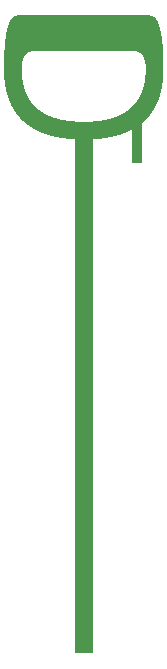
<source format=gbr>
G04 =======================================* 
G04 File Format: RS-274X * 
G04 Date:        March 12 2015 * 
G04 Time:        16:00:20 * 
G04 =======================================* 
G04 Format description *** 
G04 Code:          ASCII * 
G04 Unit:          Millimeter * 
G04 Coordinates:   Absolut * 
G04 Digits:        3.3-format * 
G04 Zeros skipped: Leading zeros omitted * 
G04 =======================================* 
%FSLAX33Y33*%
%MOMM*%
G90*
G71*
%LPD*%
G36*
G01X8250Y43499D02*
G01X8250Y0D01*
G01X9750Y0D01*
G01X9750Y43499D01*
G01X9753Y43499D01*
G01X9756Y43500D01*
G01X9760Y43500D01*
G01X9763Y43500D01*
G01X9767Y43500D01*
G01X9770Y43500D01*
G01X9774Y43500D01*
G01X9777Y43501D01*
G01X9781Y43501D01*
G01X9784Y43501D01*
G01X9788Y43501D01*
G01X9791Y43501D01*
G01X9795Y43502D01*
G01X9798Y43502D01*
G01X9802Y43502D01*
G01X9805Y43502D01*
G01X9808Y43502D01*
G01X9812Y43503D01*
G01X9815Y43503D01*
G01X9819Y43503D01*
G01X9822Y43503D01*
G01X9826Y43503D01*
G01X9829Y43504D01*
G01X9833Y43504D01*
G01X9836Y43504D01*
G01X9840Y43504D01*
G01X9843Y43505D01*
G01X9847Y43505D01*
G01X9850Y43505D01*
G01X9854Y43505D01*
G01X9857Y43505D01*
G01X9861Y43506D01*
G01X9864Y43506D01*
G01X9867Y43506D01*
G01X9871Y43506D01*
G01X9874Y43506D01*
G01X9878Y43507D01*
G01X9881Y43507D01*
G01X9885Y43507D01*
G01X9888Y43507D01*
G01X9892Y43508D01*
G01X9895Y43508D01*
G01X9899Y43508D01*
G01X9902Y43508D01*
G01X9906Y43509D01*
G01X9909Y43509D01*
G01X9913Y43509D01*
G01X9916Y43509D01*
G01X9919Y43509D01*
G01X9923Y43510D01*
G01X9926Y43510D01*
G01X9930Y43510D01*
G01X9933Y43510D01*
G01X9937Y43511D01*
G01X9940Y43511D01*
G01X9944Y43511D01*
G01X9947Y43511D01*
G01X9951Y43512D01*
G01X9954Y43512D01*
G01X9958Y43512D01*
G01X9961Y43512D01*
G01X9965Y43513D01*
G01X9968Y43513D01*
G01X9971Y43513D01*
G01X9975Y43513D01*
G01X9978Y43514D01*
G01X9982Y43514D01*
G01X9985Y43514D01*
G01X9989Y43514D01*
G01X9992Y43515D01*
G01X9996Y43515D01*
G01X9999Y43515D01*
G01X10003Y43515D01*
G01X10006Y43516D01*
G01X10010Y43516D01*
G01X10013Y43516D01*
G01X10017Y43516D01*
G01X10020Y43517D01*
G01X10023Y43517D01*
G01X10027Y43517D01*
G01X10030Y43517D01*
G01X10034Y43518D01*
G01X10037Y43518D01*
G01X10041Y43518D01*
G01X10044Y43519D01*
G01X10048Y43519D01*
G01X10051Y43519D01*
G01X10055Y43519D01*
G01X10058Y43520D01*
G01X10062Y43520D01*
G01X10065Y43520D01*
G01X10068Y43520D01*
G01X10072Y43521D01*
G01X10075Y43521D01*
G01X10079Y43521D01*
G01X10082Y43522D01*
G01X10086Y43522D01*
G01X10089Y43522D01*
G01X10093Y43522D01*
G01X10096Y43523D01*
G01X10100Y43523D01*
G01X10103Y43523D01*
G01X10107Y43524D01*
G01X10110Y43524D01*
G01X10114Y43524D01*
G01X10117Y43524D01*
G01X10120Y43525D01*
G01X10124Y43525D01*
G01X10127Y43525D01*
G01X10131Y43526D01*
G01X10134Y43526D01*
G01X10138Y43526D01*
G01X10141Y43526D01*
G01X10145Y43527D01*
G01X10148Y43527D01*
G01X10152Y43527D01*
G01X10155Y43528D01*
G01X10159Y43528D01*
G01X10162Y43528D01*
G01X10165Y43529D01*
G01X10169Y43529D01*
G01X10172Y43529D01*
G01X10176Y43530D01*
G01X10179Y43530D01*
G01X10183Y43530D01*
G01X10186Y43530D01*
G01X10190Y43531D01*
G01X10193Y43531D01*
G01X10197Y43531D01*
G01X10200Y43532D01*
G01X10204Y43532D01*
G01X10207Y43532D01*
G01X10210Y43533D01*
G01X10214Y43533D01*
G01X10217Y43533D01*
G01X10221Y43534D01*
G01X10224Y43534D01*
G01X10228Y43534D01*
G01X10231Y43535D01*
G01X10235Y43535D01*
G01X10238Y43535D01*
G01X10242Y43536D01*
G01X10245Y43536D01*
G01X10248Y43536D01*
G01X10252Y43537D01*
G01X10255Y43537D01*
G01X10259Y43537D01*
G01X10262Y43538D01*
G01X10266Y43538D01*
G01X10269Y43538D01*
G01X10273Y43539D01*
G01X10276Y43539D01*
G01X10280Y43539D01*
G01X10283Y43540D01*
G01X10287Y43540D01*
G01X10290Y43540D01*
G01X10293Y43541D01*
G01X10297Y43541D01*
G01X10300Y43541D01*
G01X10304Y43542D01*
G01X10307Y43542D01*
G01X10311Y43542D01*
G01X10314Y43543D01*
G01X10318Y43543D01*
G01X10321Y43543D01*
G01X10325Y43544D01*
G01X10328Y43544D01*
G01X10331Y43544D01*
G01X10335Y43545D01*
G01X10338Y43545D01*
G01X10342Y43546D01*
G01X10345Y43546D01*
G01X10349Y43546D01*
G01X10352Y43547D01*
G01X10356Y43547D01*
G01X10359Y43547D01*
G01X10363Y43548D01*
G01X10366Y43548D01*
G01X10369Y43548D01*
G01X10373Y43549D01*
G01X10376Y43549D01*
G01X10380Y43550D01*
G01X10383Y43550D01*
G01X10387Y43550D01*
G01X10390Y43551D01*
G01X10394Y43551D01*
G01X10397Y43551D01*
G01X10401Y43552D01*
G01X10404Y43552D01*
G01X10408Y43553D01*
G01X10411Y43553D01*
G01X10414Y43553D01*
G01X10418Y43554D01*
G01X10421Y43554D01*
G01X10425Y43555D01*
G01X10428Y43555D01*
G01X10432Y43555D01*
G01X10435Y43556D01*
G01X10439Y43556D01*
G01X10442Y43556D01*
G01X10445Y43557D01*
G01X10449Y43557D01*
G01X10452Y43558D01*
G01X10456Y43558D01*
G01X10459Y43558D01*
G01X10463Y43559D01*
G01X10466Y43559D01*
G01X10470Y43560D01*
G01X10473Y43560D01*
G01X10477Y43560D01*
G01X10480Y43561D01*
G01X10483Y43561D01*
G01X10487Y43562D01*
G01X10490Y43562D01*
G01X10494Y43562D01*
G01X10497Y43563D01*
G01X10501Y43563D01*
G01X10504Y43564D01*
G01X10508Y43564D01*
G01X10511Y43565D01*
G01X10515Y43565D01*
G01X10518Y43565D01*
G01X10521Y43566D01*
G01X10525Y43566D01*
G01X10528Y43567D01*
G01X10532Y43567D01*
G01X10535Y43567D01*
G01X10539Y43568D01*
G01X10542Y43568D01*
G01X10546Y43569D01*
G01X10549Y43569D01*
G01X10552Y43570D01*
G01X10556Y43570D01*
G01X10559Y43570D01*
G01X10563Y43571D01*
G01X10566Y43571D01*
G01X10570Y43572D01*
G01X10573Y43572D01*
G01X10577Y43573D01*
G01X10580Y43573D01*
G01X10583Y43573D01*
G01X10587Y43574D01*
G01X10590Y43574D01*
G01X10594Y43575D01*
G01X10597Y43575D01*
G01X10601Y43576D01*
G01X10604Y43576D01*
G01X10608Y43577D01*
G01X10611Y43577D01*
G01X10615Y43577D01*
G01X10618Y43578D01*
G01X10621Y43578D01*
G01X10625Y43579D01*
G01X10628Y43579D01*
G01X10632Y43580D01*
G01X10635Y43580D01*
G01X10639Y43581D01*
G01X10642Y43581D01*
G01X10646Y43582D01*
G01X10649Y43582D01*
G01X10652Y43582D01*
G01X10656Y43583D01*
G01X10659Y43583D01*
G01X10663Y43584D01*
G01X10666Y43584D01*
G01X10670Y43585D01*
G01X10673Y43585D01*
G01X10677Y43586D01*
G01X10680Y43586D01*
G01X10683Y43587D01*
G01X10687Y43587D01*
G01X10690Y43588D01*
G01X10694Y43588D01*
G01X10697Y43589D01*
G01X10701Y43589D01*
G01X10704Y43590D01*
G01X10707Y43590D01*
G01X10711Y43591D01*
G01X10714Y43591D01*
G01X10718Y43591D01*
G01X10721Y43592D01*
G01X10725Y43592D01*
G01X10728Y43593D01*
G01X10732Y43593D01*
G01X10735Y43594D01*
G01X10738Y43594D01*
G01X10742Y43595D01*
G01X10745Y43595D01*
G01X10749Y43596D01*
G01X10752Y43596D01*
G01X10756Y43597D01*
G01X10759Y43597D01*
G01X10763Y43598D01*
G01X10766Y43598D01*
G01X10769Y43599D01*
G01X10773Y43599D01*
G01X10776Y43600D01*
G01X10780Y43600D01*
G01X10783Y43601D01*
G01X10787Y43601D01*
G01X10790Y43602D01*
G01X10793Y43602D01*
G01X10797Y43603D01*
G01X10800Y43603D01*
G01X10804Y43604D01*
G01X10807Y43604D01*
G01X10811Y43605D01*
G01X10814Y43606D01*
G01X10818Y43606D01*
G01X10821Y43607D01*
G01X10824Y43607D01*
G01X10828Y43608D01*
G01X10831Y43608D01*
G01X10835Y43609D01*
G01X10838Y43609D01*
G01X10842Y43610D01*
G01X10845Y43610D01*
G01X10848Y43611D01*
G01X10852Y43611D01*
G01X10855Y43612D01*
G01X10859Y43612D01*
G01X10862Y43613D01*
G01X10866Y43613D01*
G01X10869Y43614D01*
G01X10872Y43614D01*
G01X10876Y43615D01*
G01X10879Y43616D01*
G01X10883Y43616D01*
G01X10886Y43617D01*
G01X10890Y43617D01*
G01X10893Y43618D01*
G01X10897Y43618D01*
G01X10900Y43619D01*
G01X10903Y43619D01*
G01X10907Y43620D01*
G01X10910Y43620D01*
G01X10914Y43621D01*
G01X10917Y43622D01*
G01X10921Y43622D01*
G01X10924Y43623D01*
G01X10927Y43623D01*
G01X10931Y43624D01*
G01X10934Y43624D01*
G01X10938Y43625D01*
G01X10941Y43625D01*
G01X10945Y43626D01*
G01X10948Y43627D01*
G01X10951Y43627D01*
G01X10955Y43628D01*
G01X10958Y43628D01*
G01X10962Y43629D01*
G01X10965Y43629D01*
G01X10969Y43630D01*
G01X10972Y43631D01*
G01X10975Y43631D01*
G01X10979Y43632D01*
G01X10982Y43632D01*
G01X10986Y43633D01*
G01X10989Y43634D01*
G01X10993Y43634D01*
G01X10996Y43635D01*
G01X10999Y43635D01*
G01X11003Y43636D01*
G01X11006Y43636D01*
G01X11010Y43637D01*
G01X11013Y43638D01*
G01X11017Y43638D01*
G01X11020Y43639D01*
G01X11023Y43639D01*
G01X11027Y43640D01*
G01X11030Y43641D01*
G01X11034Y43641D01*
G01X11037Y43642D01*
G01X11040Y43642D01*
G01X11044Y43643D01*
G01X11047Y43644D01*
G01X11051Y43644D01*
G01X11054Y43645D01*
G01X11058Y43645D01*
G01X11061Y43646D01*
G01X11064Y43647D01*
G01X11068Y43647D01*
G01X11071Y43648D01*
G01X11075Y43648D01*
G01X11078Y43649D01*
G01X11082Y43650D01*
G01X11085Y43650D01*
G01X11088Y43651D01*
G01X11092Y43652D01*
G01X11095Y43652D01*
G01X11099Y43653D01*
G01X11102Y43653D01*
G01X11105Y43654D01*
G01X11109Y43655D01*
G01X11112Y43655D01*
G01X11116Y43656D01*
G01X11119Y43657D01*
G01X11123Y43657D01*
G01X11126Y43658D01*
G01X11129Y43658D01*
G01X11133Y43659D01*
G01X11136Y43660D01*
G01X11140Y43660D01*
G01X11143Y43661D01*
G01X11146Y43662D01*
G01X11150Y43662D01*
G01X11153Y43663D01*
G01X11157Y43664D01*
G01X11160Y43664D01*
G01X11164Y43665D01*
G01X11167Y43665D01*
G01X11170Y43666D01*
G01X11174Y43667D01*
G01X11177Y43667D01*
G01X11181Y43668D01*
G01X11184Y43669D01*
G01X11187Y43669D01*
G01X11191Y43670D01*
G01X11194Y43671D01*
G01X11198Y43671D01*
G01X11201Y43672D01*
G01X11204Y43673D01*
G01X11208Y43673D01*
G01X11211Y43674D01*
G01X11215Y43675D01*
G01X11218Y43675D01*
G01X11222Y43676D01*
G01X11225Y43677D01*
G01X11228Y43677D01*
G01X11232Y43678D01*
G01X11235Y43679D01*
G01X11239Y43679D01*
G01X11242Y43680D01*
G01X11245Y43681D01*
G01X11249Y43681D01*
G01X11252Y43682D01*
G01X11256Y43683D01*
G01X11259Y43683D01*
G01X11262Y43684D01*
G01X11266Y43685D01*
G01X11269Y43686D01*
G01X11273Y43686D01*
G01X11276Y43687D01*
G01X11279Y43688D01*
G01X11283Y43688D01*
G01X11286Y43689D01*
G01X11290Y43690D01*
G01X11293Y43690D01*
G01X11296Y43691D01*
G01X11300Y43692D01*
G01X11303Y43692D01*
G01X11307Y43693D01*
G01X11310Y43694D01*
G01X11314Y43695D01*
G01X11317Y43695D01*
G01X11320Y43696D01*
G01X11324Y43697D01*
G01X11327Y43697D01*
G01X11331Y43698D01*
G01X11334Y43699D01*
G01X11337Y43700D01*
G01X11341Y43700D01*
G01X11344Y43701D01*
G01X11348Y43702D01*
G01X11351Y43702D01*
G01X11354Y43703D01*
G01X11358Y43704D01*
G01X11361Y43705D01*
G01X11365Y43705D01*
G01X11368Y43706D01*
G01X11371Y43707D01*
G01X11375Y43708D01*
G01X11378Y43708D01*
G01X11382Y43709D01*
G01X11385Y43710D01*
G01X11388Y43710D01*
G01X11392Y43711D01*
G01X11395Y43712D01*
G01X11398Y43713D01*
G01X11402Y43713D01*
G01X11405Y43714D01*
G01X11409Y43715D01*
G01X11412Y43716D01*
G01X11415Y43716D01*
G01X11419Y43717D01*
G01X11422Y43718D01*
G01X11426Y43719D01*
G01X11429Y43719D01*
G01X11432Y43720D01*
G01X11436Y43721D01*
G01X11439Y43722D01*
G01X11443Y43722D01*
G01X11446Y43723D01*
G01X11449Y43724D01*
G01X11453Y43725D01*
G01X11456Y43725D01*
G01X11460Y43726D01*
G01X11463Y43727D01*
G01X11466Y43728D01*
G01X11470Y43729D01*
G01X11473Y43729D01*
G01X11476Y43730D01*
G01X11480Y43731D01*
G01X11483Y43732D01*
G01X11487Y43732D01*
G01X11490Y43733D01*
G01X11493Y43734D01*
G01X11497Y43735D01*
G01X11500Y43736D01*
G01X11504Y43736D01*
G01X11507Y43737D01*
G01X11510Y43738D01*
G01X11514Y43739D01*
G01X11517Y43739D01*
G01X11521Y43740D01*
G01X11524Y43741D01*
G01X11527Y43742D01*
G01X11531Y43743D01*
G01X11534Y43743D01*
G01X11537Y43744D01*
G01X11541Y43745D01*
G01X11544Y43746D01*
G01X11548Y43747D01*
G01X11551Y43747D01*
G01X11554Y43748D01*
G01X11558Y43749D01*
G01X11561Y43750D01*
G01X11564Y43751D01*
G01X11568Y43751D01*
G01X11571Y43752D01*
G01X11575Y43753D01*
G01X11578Y43754D01*
G01X11581Y43755D01*
G01X11585Y43756D01*
G01X11588Y43756D01*
G01X11591Y43757D01*
G01X11595Y43758D01*
G01X11598Y43759D01*
G01X11602Y43760D01*
G01X11605Y43761D01*
G01X11608Y43761D01*
G01X11612Y43762D01*
G01X11615Y43763D01*
G01X11618Y43764D01*
G01X11622Y43765D01*
G01X11625Y43766D01*
G01X11629Y43766D01*
G01X11632Y43767D01*
G01X11635Y43768D01*
G01X11639Y43769D01*
G01X11642Y43770D01*
G01X11645Y43771D01*
G01X11649Y43771D01*
G01X11652Y43772D01*
G01X11656Y43773D01*
G01X11659Y43774D01*
G01X11662Y43775D01*
G01X11666Y43776D01*
G01X11669Y43777D01*
G01X11672Y43777D01*
G01X11676Y43778D01*
G01X11679Y43779D01*
G01X11683Y43780D01*
G01X11686Y43781D01*
G01X11689Y43782D01*
G01X11693Y43783D01*
G01X11696Y43783D01*
G01X11699Y43784D01*
G01X11703Y43785D01*
G01X11706Y43786D01*
G01X11709Y43787D01*
G01X11713Y43788D01*
G01X11716Y43789D01*
G01X11720Y43790D01*
G01X11723Y43790D01*
G01X11726Y43791D01*
G01X11730Y43792D01*
G01X11733Y43793D01*
G01X11736Y43794D01*
G01X11740Y43795D01*
G01X11743Y43796D01*
G01X11746Y43797D01*
G01X11750Y43798D01*
G01X11753Y43798D01*
G01X11756Y43799D01*
G01X11760Y43800D01*
G01X11763Y43801D01*
G01X11767Y43802D01*
G01X11770Y43803D01*
G01X11773Y43804D01*
G01X11777Y43805D01*
G01X11780Y43806D01*
G01X11783Y43807D01*
G01X11787Y43807D01*
G01X11790Y43808D01*
G01X11793Y43809D01*
G01X11797Y43810D01*
G01X11800Y43811D01*
G01X11803Y43812D01*
G01X11807Y43813D01*
G01X11810Y43814D01*
G01X11813Y43815D01*
G01X11817Y43816D01*
G01X11820Y43817D01*
G01X11824Y43818D01*
G01X11827Y43818D01*
G01X11830Y43819D01*
G01X11834Y43820D01*
G01X11837Y43821D01*
G01X11840Y43822D01*
G01X11844Y43823D01*
G01X11847Y43824D01*
G01X11850Y43825D01*
G01X11854Y43826D01*
G01X11857Y43827D01*
G01X11860Y43828D01*
G01X11864Y43829D01*
G01X11867Y43830D01*
G01X11870Y43831D01*
G01X11874Y43832D01*
G01X11877Y43833D01*
G01X11880Y43834D01*
G01X11884Y43834D01*
G01X11887Y43835D01*
G01X11890Y43836D01*
G01X11894Y43837D01*
G01X11897Y43838D01*
G01X11900Y43839D01*
G01X11904Y43840D01*
G01X11907Y43841D01*
G01X11910Y43842D01*
G01X11914Y43843D01*
G01X11917Y43844D01*
G01X11920Y43845D01*
G01X11924Y43846D01*
G01X11927Y43847D01*
G01X11930Y43848D01*
G01X11934Y43849D01*
G01X11937Y43850D01*
G01X11940Y43851D01*
G01X11944Y43852D01*
G01X11947Y43853D01*
G01X11950Y43854D01*
G01X11954Y43855D01*
G01X11957Y43856D01*
G01X11960Y43857D01*
G01X11964Y43858D01*
G01X11967Y43859D01*
G01X11970Y43860D01*
G01X11974Y43861D01*
G01X11977Y43862D01*
G01X11980Y43863D01*
G01X11984Y43864D01*
G01X11987Y43865D01*
G01X11990Y43866D01*
G01X11994Y43867D01*
G01X11997Y43868D01*
G01X12000Y43869D01*
G01X12004Y43870D01*
G01X12007Y43871D01*
G01X12010Y43872D01*
G01X12014Y43873D01*
G01X12017Y43874D01*
G01X12020Y43875D01*
G01X12024Y43876D01*
G01X12027Y43877D01*
G01X12030Y43878D01*
G01X12034Y43879D01*
G01X12037Y43880D01*
G01X12040Y43881D01*
G01X12044Y43882D01*
G01X12047Y43883D01*
G01X12050Y43884D01*
G01X12054Y43885D01*
G01X12057Y43886D01*
G01X12060Y43887D01*
G01X12064Y43888D01*
G01X12067Y43889D01*
G01X12070Y43890D01*
G01X12073Y43891D01*
G01X12077Y43893D01*
G01X12080Y43894D01*
G01X12083Y43895D01*
G01X12087Y43896D01*
G01X12090Y43897D01*
G01X12093Y43898D01*
G01X12097Y43899D01*
G01X12100Y43900D01*
G01X12103Y43901D01*
G01X12107Y43902D01*
G01X12110Y43903D01*
G01X12113Y43904D01*
G01X12116Y43905D01*
G01X12120Y43906D01*
G01X12123Y43907D01*
G01X12126Y43908D01*
G01X12130Y43909D01*
G01X12133Y43911D01*
G01X12136Y43912D01*
G01X12140Y43913D01*
G01X12143Y43914D01*
G01X12146Y43915D01*
G01X12150Y43916D01*
G01X12153Y43917D01*
G01X12156Y43918D01*
G01X12159Y43919D01*
G01X12163Y43920D01*
G01X12166Y43921D01*
G01X12169Y43922D01*
G01X12173Y43924D01*
G01X12176Y43925D01*
G01X12179Y43926D01*
G01X12183Y43927D01*
G01X12186Y43928D01*
G01X12189Y43929D01*
G01X12192Y43930D01*
G01X12196Y43931D01*
G01X12199Y43932D01*
G01X12202Y43934D01*
G01X12206Y43935D01*
G01X12209Y43936D01*
G01X12212Y43937D01*
G01X12215Y43938D01*
G01X12219Y43939D01*
G01X12222Y43940D01*
G01X12225Y43941D01*
G01X12229Y43942D01*
G01X12232Y43944D01*
G01X12235Y43945D01*
G01X12238Y43946D01*
G01X12242Y43947D01*
G01X12245Y43948D01*
G01X12248Y43949D01*
G01X12252Y43950D01*
G01X12255Y43951D01*
G01X12258Y43953D01*
G01X12261Y43954D01*
G01X12265Y43955D01*
G01X12268Y43956D01*
G01X12271Y43957D01*
G01X12275Y43958D01*
G01X12278Y43959D01*
G01X12281Y43961D01*
G01X12284Y43962D01*
G01X12288Y43963D01*
G01X12291Y43964D01*
G01X12294Y43965D01*
G01X12298Y43966D01*
G01X12301Y43968D01*
G01X12304Y43969D01*
G01X12307Y43970D01*
G01X12311Y43971D01*
G01X12314Y43972D01*
G01X12317Y43973D01*
G01X12320Y43975D01*
G01X12324Y43976D01*
G01X12327Y43977D01*
G01X12330Y43978D01*
G01X12334Y43979D01*
G01X12337Y43980D01*
G01X12340Y43982D01*
G01X12343Y43983D01*
G01X12347Y43984D01*
G01X12350Y43985D01*
G01X12353Y43986D01*
G01X12356Y43988D01*
G01X12360Y43989D01*
G01X12363Y43990D01*
G01X12366Y43991D01*
G01X12369Y43992D01*
G01X12373Y43994D01*
G01X12376Y43995D01*
G01X12379Y43996D01*
G01X12382Y43997D01*
G01X12386Y43998D01*
G01X12389Y44000D01*
G01X12392Y44001D01*
G01X12396Y44002D01*
G01X12399Y44003D01*
G01X12402Y44004D01*
G01X12405Y44006D01*
G01X12409Y44007D01*
G01X12412Y44008D01*
G01X12415Y44009D01*
G01X12418Y44011D01*
G01X12422Y44012D01*
G01X12425Y44013D01*
G01X12428Y44014D01*
G01X12431Y44015D01*
G01X12435Y44017D01*
G01X12438Y44018D01*
G01X12441Y44019D01*
G01X12444Y44020D01*
G01X12448Y44022D01*
G01X12451Y44023D01*
G01X12454Y44024D01*
G01X12457Y44025D01*
G01X12461Y44027D01*
G01X12464Y44028D01*
G01X12467Y44029D01*
G01X12470Y44030D01*
G01X12473Y44032D01*
G01X12477Y44033D01*
G01X12480Y44034D01*
G01X12483Y44035D01*
G01X12486Y44037D01*
G01X12490Y44038D01*
G01X12493Y44039D01*
G01X12496Y44040D01*
G01X12499Y44042D01*
G01X12503Y44043D01*
G01X12506Y44044D01*
G01X12509Y44046D01*
G01X12512Y44047D01*
G01X12516Y44048D01*
G01X12519Y44049D01*
G01X12522Y44051D01*
G01X12525Y44052D01*
G01X12528Y44053D01*
G01X12532Y44054D01*
G01X12535Y44056D01*
G01X12538Y44057D01*
G01X12541Y44058D01*
G01X12545Y44060D01*
G01X12548Y44061D01*
G01X12551Y44062D01*
G01X12554Y44064D01*
G01X12558Y44065D01*
G01X12561Y44066D01*
G01X12564Y44067D01*
G01X12567Y44069D01*
G01X12570Y44070D01*
G01X12574Y44071D01*
G01X12577Y44073D01*
G01X12580Y44074D01*
G01X12583Y44075D01*
G01X12586Y44077D01*
G01X12590Y44078D01*
G01X12593Y44079D01*
G01X12596Y44081D01*
G01X12599Y44082D01*
G01X12603Y44083D01*
G01X12606Y44085D01*
G01X12609Y44086D01*
G01X12612Y44087D01*
G01X12615Y44089D01*
G01X12619Y44090D01*
G01X12622Y44091D01*
G01X12625Y44093D01*
G01X12628Y44094D01*
G01X12631Y44095D01*
G01X12635Y44097D01*
G01X12638Y44098D01*
G01X12641Y44099D01*
G01X12644Y44101D01*
G01X12647Y44102D01*
G01X12651Y44103D01*
G01X12654Y44105D01*
G01X12657Y44106D01*
G01X12660Y44107D01*
G01X12663Y44109D01*
G01X12667Y44110D01*
G01X12670Y44111D01*
G01X12673Y44113D01*
G01X12676Y44114D01*
G01X12679Y44116D01*
G01X12683Y44117D01*
G01X12686Y44118D01*
G01X12689Y44120D01*
G01X12692Y44121D01*
G01X12695Y44122D01*
G01X12699Y44124D01*
G01X12702Y44125D01*
G01X12705Y44127D01*
G01X12708Y44128D01*
G01X12711Y44129D01*
G01X12715Y44131D01*
G01X12718Y44132D01*
G01X12721Y44134D01*
G01X12724Y44135D01*
G01X12727Y44136D01*
G01X12730Y44138D01*
G01X12734Y44139D01*
G01X12737Y44141D01*
G01X12740Y44142D01*
G01X12743Y44143D01*
G01X12746Y44145D01*
G01X12749Y44146D01*
G01X12753Y44148D01*
G01X12756Y44149D01*
G01X12759Y44150D01*
G01X12762Y44152D01*
G01X12765Y44153D01*
G01X12769Y44155D01*
G01X12772Y44156D01*
G01X12775Y44158D01*
G01X12778Y44159D01*
G01X12781Y44160D01*
G01X12784Y44162D01*
G01X12788Y44163D01*
G01X12791Y44165D01*
G01X12794Y44166D01*
G01X12797Y44168D01*
G01X12800Y44169D01*
G01X12803Y44170D01*
G01X12807Y44172D01*
G01X12810Y44173D01*
G01X12813Y44175D01*
G01X12816Y44176D01*
G01X12819Y44178D01*
G01X12822Y44179D01*
G01X12825Y44181D01*
G01X12829Y44182D01*
G01X12832Y44183D01*
G01X12835Y44185D01*
G01X12838Y44186D01*
G01X12841Y44188D01*
G01X12844Y44189D01*
G01X12848Y44191D01*
G01X12851Y44192D01*
G01X12854Y44194D01*
G01X12857Y44195D01*
G01X12860Y44197D01*
G01X12863Y44198D01*
G01X12866Y44200D01*
G01X12870Y44201D01*
G01X12873Y44203D01*
G01X12876Y44204D01*
G01X12879Y44206D01*
G01X12882Y44207D01*
G01X12885Y44209D01*
G01X12888Y44210D01*
G01X12892Y44212D01*
G01X12895Y44213D01*
G01X12898Y44215D01*
G01X12901Y44216D01*
G01X12904Y44218D01*
G01X12907Y44219D01*
G01X12910Y44221D01*
G01X12913Y44222D01*
G01X12917Y44224D01*
G01X12920Y44225D01*
G01X12923Y44227D01*
G01X12926Y44228D01*
G01X12929Y44230D01*
G01X12932Y44231D01*
G01X12935Y44233D01*
G01X12938Y44234D01*
G01X12942Y44236D01*
G01X12945Y44237D01*
G01X12948Y44239D01*
G01X12951Y44240D01*
G01X12954Y44242D01*
G01X12957Y44243D01*
G01X12960Y44245D01*
G01X12963Y44247D01*
G01X12967Y44248D01*
G01X12970Y44250D01*
G01X12973Y44251D01*
G01X12976Y44253D01*
G01X12979Y44254D01*
G01X12982Y44256D01*
G01X12985Y44257D01*
G01X12988Y44259D01*
G01X12991Y44260D01*
G01X12995Y44262D01*
G01X12998Y44264D01*
G01X13001Y44265D01*
G01X13004Y44267D01*
G01X13007Y44268D01*
G01X13010Y44270D01*
G01X13013Y44271D01*
G01X13016Y44273D01*
G01X13019Y44275D01*
G01X13022Y44276D01*
G01X13026Y44278D01*
G01X13029Y44279D01*
G01X13032Y44281D01*
G01X13035Y44282D01*
G01X13038Y44284D01*
G01X13041Y44286D01*
G01X13044Y44287D01*
G01X13047Y44289D01*
G01X13050Y44290D01*
G01X13053Y44292D01*
G01X13056Y44294D01*
G01X13059Y44295D01*
G01X13063Y44297D01*
G01X13066Y44298D01*
G01X13069Y44300D01*
G01X13072Y44302D01*
G01X13075Y44303D01*
G01X13078Y44305D01*
G01X13081Y44306D01*
G01X13084Y44308D01*
G01X13087Y44310D01*
G01X13090Y44311D01*
G01X13093Y44313D01*
G01X13096Y44315D01*
G01X13100Y44316D01*
G01X13100Y44316D01*
G01X13100Y41480D01*
G01X13900Y41480D01*
G01X13900Y44842D01*
G01X13904Y44845D01*
G01X13908Y44848D01*
G01X13912Y44851D01*
G01X13916Y44855D01*
G01X13920Y44858D01*
G01X13924Y44861D01*
G01X13928Y44865D01*
G01X13932Y44868D01*
G01X13936Y44871D01*
G01X13940Y44874D01*
G01X13944Y44878D01*
G01X13947Y44881D01*
G01X13951Y44884D01*
G01X13955Y44888D01*
G01X13959Y44891D01*
G01X13963Y44894D01*
G01X13967Y44898D01*
G01X13971Y44901D01*
G01X13975Y44904D01*
G01X13979Y44908D01*
G01X13983Y44911D01*
G01X13987Y44914D01*
G01X13991Y44918D01*
G01X13995Y44921D01*
G01X13999Y44924D01*
G01X14003Y44928D01*
G01X14007Y44931D01*
G01X14011Y44935D01*
G01X14015Y44938D01*
G01X14018Y44941D01*
G01X14022Y44945D01*
G01X14026Y44948D01*
G01X14030Y44951D01*
G01X14034Y44955D01*
G01X14038Y44958D01*
G01X14042Y44962D01*
G01X14046Y44965D01*
G01X14050Y44969D01*
G01X14053Y44972D01*
G01X14057Y44975D01*
G01X14061Y44979D01*
G01X14065Y44982D01*
G01X14069Y44986D01*
G01X14073Y44989D01*
G01X14077Y44993D01*
G01X14080Y44996D01*
G01X14084Y44999D01*
G01X14088Y45003D01*
G01X14092Y45006D01*
G01X14096Y45010D01*
G01X14100Y45013D01*
G01X14103Y45017D01*
G01X14107Y45020D01*
G01X14111Y45024D01*
G01X14115Y45027D01*
G01X14119Y45031D01*
G01X14123Y45034D01*
G01X14126Y45038D01*
G01X14130Y45041D01*
G01X14134Y45045D01*
G01X14138Y45048D01*
G01X14142Y45052D01*
G01X14145Y45055D01*
G01X14149Y45059D01*
G01X14153Y45062D01*
G01X14157Y45066D01*
G01X14160Y45070D01*
G01X14164Y45073D01*
G01X14168Y45077D01*
G01X14172Y45080D01*
G01X14175Y45084D01*
G01X14179Y45087D01*
G01X14183Y45091D01*
G01X14187Y45095D01*
G01X14190Y45098D01*
G01X14194Y45102D01*
G01X14198Y45105D01*
G01X14202Y45109D01*
G01X14205Y45112D01*
G01X14209Y45116D01*
G01X14213Y45120D01*
G01X14216Y45123D01*
G01X14220Y45127D01*
G01X14224Y45130D01*
G01X14227Y45134D01*
G01X14231Y45138D01*
G01X14235Y45141D01*
G01X14238Y45145D01*
G01X14242Y45149D01*
G01X14246Y45152D01*
G01X14249Y45156D01*
G01X14253Y45160D01*
G01X14257Y45163D01*
G01X14260Y45167D01*
G01X14264Y45171D01*
G01X14268Y45174D01*
G01X14271Y45178D01*
G01X14275Y45182D01*
G01X14279Y45185D01*
G01X14282Y45189D01*
G01X14286Y45193D01*
G01X14290Y45196D01*
G01X14293Y45200D01*
G01X14297Y45204D01*
G01X14300Y45207D01*
G01X14304Y45211D01*
G01X14308Y45215D01*
G01X14311Y45219D01*
G01X14315Y45222D01*
G01X14318Y45226D01*
G01X14322Y45230D01*
G01X14325Y45234D01*
G01X14329Y45237D01*
G01X14333Y45241D01*
G01X14336Y45245D01*
G01X14340Y45249D01*
G01X14343Y45252D01*
G01X14347Y45256D01*
G01X14350Y45260D01*
G01X14354Y45264D01*
G01X14357Y45267D01*
G01X14361Y45271D01*
G01X14364Y45275D01*
G01X14368Y45279D01*
G01X14372Y45282D01*
G01X14375Y45286D01*
G01X14379Y45290D01*
G01X14382Y45294D01*
G01X14386Y45298D01*
G01X14389Y45301D01*
G01X14393Y45305D01*
G01X14396Y45309D01*
G01X14400Y45313D01*
G01X14403Y45317D01*
G01X14406Y45321D01*
G01X14410Y45324D01*
G01X14413Y45328D01*
G01X14417Y45332D01*
G01X14420Y45336D01*
G01X14424Y45340D01*
G01X14427Y45344D01*
G01X14431Y45348D01*
G01X14434Y45351D01*
G01X14438Y45355D01*
G01X14441Y45359D01*
G01X14444Y45363D01*
G01X14448Y45367D01*
G01X14451Y45371D01*
G01X14455Y45375D01*
G01X14458Y45379D01*
G01X14461Y45382D01*
G01X14465Y45386D01*
G01X14468Y45390D01*
G01X14472Y45394D01*
G01X14475Y45398D01*
G01X14478Y45402D01*
G01X14482Y45406D01*
G01X14485Y45410D01*
G01X14488Y45414D01*
G01X14492Y45418D01*
G01X14495Y45422D01*
G01X14499Y45426D01*
G01X14502Y45429D01*
G01X14505Y45433D01*
G01X14509Y45437D01*
G01X14512Y45441D01*
G01X14515Y45445D01*
G01X14519Y45449D01*
G01X14522Y45453D01*
G01X14525Y45457D01*
G01X14529Y45461D01*
G01X14532Y45465D01*
G01X14535Y45469D01*
G01X14538Y45473D01*
G01X14542Y45477D01*
G01X14545Y45481D01*
G01X14548Y45485D01*
G01X14552Y45489D01*
G01X14555Y45493D01*
G01X14558Y45497D01*
G01X14561Y45501D01*
G01X14565Y45505D01*
G01X14568Y45509D01*
G01X14571Y45513D01*
G01X14574Y45517D01*
G01X14578Y45521D01*
G01X14581Y45525D01*
G01X14584Y45529D01*
G01X14587Y45533D01*
G01X14591Y45537D01*
G01X14594Y45541D01*
G01X14597Y45545D01*
G01X14600Y45549D01*
G01X14603Y45554D01*
G01X14607Y45558D01*
G01X14610Y45562D01*
G01X14613Y45566D01*
G01X14616Y45570D01*
G01X14619Y45574D01*
G01X14623Y45578D01*
G01X14626Y45582D01*
G01X14629Y45586D01*
G01X14632Y45590D01*
G01X14635Y45594D01*
G01X14638Y45598D01*
G01X14641Y45603D01*
G01X14645Y45607D01*
G01X14648Y45611D01*
G01X14651Y45615D01*
G01X14654Y45619D01*
G01X14657Y45623D01*
G01X14660Y45627D01*
G01X14663Y45631D01*
G01X14666Y45635D01*
G01X14670Y45640D01*
G01X14673Y45644D01*
G01X14676Y45648D01*
G01X14679Y45652D01*
G01X14682Y45656D01*
G01X14685Y45660D01*
G01X14688Y45665D01*
G01X14691Y45669D01*
G01X14694Y45673D01*
G01X14697Y45677D01*
G01X14700Y45681D01*
G01X14703Y45685D01*
G01X14706Y45690D01*
G01X14710Y45694D01*
G01X14713Y45698D01*
G01X14716Y45702D01*
G01X14719Y45706D01*
G01X14722Y45710D01*
G01X14725Y45715D01*
G01X14728Y45719D01*
G01X14731Y45723D01*
G01X14734Y45727D01*
G01X14737Y45731D01*
G01X14740Y45736D01*
G01X14743Y45740D01*
G01X14746Y45744D01*
G01X14749Y45748D01*
G01X14752Y45753D01*
G01X14755Y45757D01*
G01X14758Y45761D01*
G01X14761Y45765D01*
G01X14763Y45770D01*
G01X14766Y45774D01*
G01X14769Y45778D01*
G01X14772Y45782D01*
G01X14775Y45787D01*
G01X14778Y45791D01*
G01X14781Y45795D01*
G01X14784Y45799D01*
G01X14787Y45804D01*
G01X14790Y45808D01*
G01X14793Y45812D01*
G01X14796Y45816D01*
G01X14799Y45821D01*
G01X14801Y45825D01*
G01X14804Y45829D01*
G01X14807Y45834D01*
G01X14810Y45838D01*
G01X14813Y45842D01*
G01X14816Y45846D01*
G01X14819Y45851D01*
G01X14822Y45855D01*
G01X14824Y45859D01*
G01X14827Y45864D01*
G01X14830Y45868D01*
G01X14833Y45872D01*
G01X14836Y45877D01*
G01X14839Y45881D01*
G01X14841Y45885D01*
G01X14844Y45890D01*
G01X14847Y45894D01*
G01X14850Y45898D01*
G01X14853Y45903D01*
G01X14856Y45907D01*
G01X14858Y45911D01*
G01X14861Y45916D01*
G01X14864Y45920D01*
G01X14867Y45924D01*
G01X14869Y45929D01*
G01X14872Y45933D01*
G01X14875Y45938D01*
G01X14878Y45942D01*
G01X14881Y45946D01*
G01X14883Y45951D01*
G01X14886Y45955D01*
G01X14889Y45959D01*
G01X14891Y45964D01*
G01X14894Y45968D01*
G01X14897Y45973D01*
G01X14900Y45977D01*
G01X14902Y45981D01*
G01X14905Y45986D01*
G01X14908Y45990D01*
G01X14911Y45995D01*
G01X14913Y45999D01*
G01X14916Y46003D01*
G01X14919Y46008D01*
G01X14921Y46012D01*
G01X14924Y46017D01*
G01X14927Y46021D01*
G01X14929Y46026D01*
G01X14932Y46030D01*
G01X14935Y46034D01*
G01X14937Y46039D01*
G01X14940Y46043D01*
G01X14943Y46048D01*
G01X14945Y46052D01*
G01X14948Y46057D01*
G01X14950Y46061D01*
G01X14953Y46066D01*
G01X14956Y46070D01*
G01X14958Y46074D01*
G01X14961Y46079D01*
G01X14964Y46083D01*
G01X14966Y46088D01*
G01X14969Y46092D01*
G01X14971Y46097D01*
G01X14974Y46101D01*
G01X14977Y46106D01*
G01X14979Y46110D01*
G01X14982Y46115D01*
G01X14984Y46119D01*
G01X14987Y46124D01*
G01X14989Y46128D01*
G01X14992Y46133D01*
G01X14994Y46137D01*
G01X14997Y46142D01*
G01X15000Y46146D01*
G01X15002Y46151D01*
G01X15005Y46155D01*
G01X15007Y46160D01*
G01X15010Y46164D01*
G01X15012Y46169D01*
G01X15015Y46173D01*
G01X15017Y46178D01*
G01X15020Y46182D01*
G01X15022Y46187D01*
G01X15025Y46191D01*
G01X15027Y46196D01*
G01X15030Y46201D01*
G01X15032Y46205D01*
G01X15035Y46210D01*
G01X15037Y46214D01*
G01X15039Y46219D01*
G01X15042Y46223D01*
G01X15044Y46228D01*
G01X15047Y46232D01*
G01X15049Y46237D01*
G01X15052Y46241D01*
G01X15054Y46246D01*
G01X15057Y46251D01*
G01X15059Y46255D01*
G01X15061Y46260D01*
G01X15064Y46264D01*
G01X15066Y46269D01*
G01X15069Y46273D01*
G01X15071Y46278D01*
G01X15073Y46283D01*
G01X15076Y46287D01*
G01X15078Y46292D01*
G01X15081Y46296D01*
G01X15083Y46301D01*
G01X15085Y46306D01*
G01X15088Y46310D01*
G01X15090Y46315D01*
G01X15092Y46319D01*
G01X15095Y46324D01*
G01X15097Y46329D01*
G01X15099Y46333D01*
G01X15102Y46338D01*
G01X15104Y46342D01*
G01X15106Y46347D01*
G01X15109Y46352D01*
G01X15111Y46356D01*
G01X15113Y46361D01*
G01X15116Y46366D01*
G01X15118Y46370D01*
G01X15120Y46375D01*
G01X15122Y46380D01*
G01X15125Y46384D01*
G01X15127Y46389D01*
G01X15129Y46393D01*
G01X15132Y46398D01*
G01X15134Y46403D01*
G01X15136Y46407D01*
G01X15138Y46412D01*
G01X15141Y46417D01*
G01X15143Y46421D01*
G01X15145Y46426D01*
G01X15147Y46431D01*
G01X15150Y46435D01*
G01X15152Y46440D01*
G01X15154Y46445D01*
G01X15156Y46449D01*
G01X15158Y46454D01*
G01X15161Y46459D01*
G01X15163Y46463D01*
G01X15165Y46468D01*
G01X15167Y46473D01*
G01X15169Y46477D01*
G01X15172Y46482D01*
G01X15174Y46487D01*
G01X15176Y46491D01*
G01X15178Y46496D01*
G01X15180Y46501D01*
G01X15182Y46506D01*
G01X15185Y46510D01*
G01X15187Y46515D01*
G01X15189Y46520D01*
G01X15191Y46524D01*
G01X15193Y46529D01*
G01X15195Y46534D01*
G01X15197Y46539D01*
G01X15200Y46543D01*
G01X15202Y46548D01*
G01X15204Y46553D01*
G01X15206Y46557D01*
G01X15208Y46562D01*
G01X15210Y46567D01*
G01X15212Y46572D01*
G01X15214Y46576D01*
G01X15216Y46581D01*
G01X15218Y46586D01*
G01X15221Y46591D01*
G01X15223Y46595D01*
G01X15225Y46600D01*
G01X15227Y46605D01*
G01X15229Y46609D01*
G01X15231Y46614D01*
G01X15233Y46619D01*
G01X15235Y46624D01*
G01X15237Y46628D01*
G01X15239Y46633D01*
G01X15241Y46638D01*
G01X15243Y46643D01*
G01X15245Y46648D01*
G01X15247Y46652D01*
G01X15249Y46657D01*
G01X15251Y46662D01*
G01X15253Y46667D01*
G01X15255Y46671D01*
G01X15257Y46676D01*
G01X15259Y46681D01*
G01X15261Y46686D01*
G01X15263Y46690D01*
G01X15265Y46695D01*
G01X15267Y46700D01*
G01X15269Y46705D01*
G01X15271Y46710D01*
G01X15273Y46714D01*
G01X15275Y46719D01*
G01X15277Y46724D01*
G01X15279Y46729D01*
G01X15281Y46734D01*
G01X15283Y46738D01*
G01X15284Y46743D01*
G01X15286Y46748D01*
G01X15288Y46753D01*
G01X15290Y46758D01*
G01X15292Y46762D01*
G01X15294Y46767D01*
G01X15296Y46772D01*
G01X15298Y46777D01*
G01X15300Y46782D01*
G01X15302Y46786D01*
G01X15303Y46791D01*
G01X15305Y46796D01*
G01X15307Y46801D01*
G01X15309Y46806D01*
G01X15311Y46811D01*
G01X15313Y46815D01*
G01X15315Y46820D01*
G01X15316Y46825D01*
G01X15318Y46830D01*
G01X15320Y46835D01*
G01X15322Y46840D01*
G01X15324Y46844D01*
G01X15326Y46849D01*
G01X15327Y46854D01*
G01X15329Y46859D01*
G01X15331Y46864D01*
G01X15333Y46869D01*
G01X15335Y46873D01*
G01X15336Y46878D01*
G01X15338Y46883D01*
G01X15340Y46888D01*
G01X15342Y46893D01*
G01X15344Y46898D01*
G01X15345Y46903D01*
G01X15347Y46907D01*
G01X15349Y46912D01*
G01X15351Y46917D01*
G01X15352Y46922D01*
G01X15354Y46927D01*
G01X15356Y46932D01*
G01X15358Y46937D01*
G01X15359Y46941D01*
G01X15361Y46946D01*
G01X15363Y46951D01*
G01X15365Y46956D01*
G01X15366Y46961D01*
G01X15368Y46966D01*
G01X15370Y46971D01*
G01X15371Y46976D01*
G01X15373Y46980D01*
G01X15375Y46985D01*
G01X15377Y46990D01*
G01X15378Y46995D01*
G01X15380Y47000D01*
G01X15382Y47005D01*
G01X15383Y47010D01*
G01X15385Y47015D01*
G01X15387Y47020D01*
G01X15388Y47024D01*
G01X15390Y47029D01*
G01X15392Y47034D01*
G01X15393Y47039D01*
G01X15395Y47044D01*
G01X15396Y47049D01*
G01X15398Y47054D01*
G01X15400Y47059D01*
G01X15401Y47064D01*
G01X15403Y47069D01*
G01X15405Y47074D01*
G01X15406Y47078D01*
G01X15408Y47083D01*
G01X15409Y47088D01*
G01X15411Y47093D01*
G01X15413Y47098D01*
G01X15414Y47103D01*
G01X15416Y47108D01*
G01X15417Y47113D01*
G01X15419Y47118D01*
G01X15421Y47123D01*
G01X15422Y47128D01*
G01X15424Y47133D01*
G01X15425Y47138D01*
G01X15427Y47142D01*
G01X15428Y47147D01*
G01X15430Y47152D01*
G01X15431Y47157D01*
G01X15433Y47162D01*
G01X15434Y47167D01*
G01X15436Y47172D01*
G01X15438Y47177D01*
G01X15439Y47182D01*
G01X15441Y47187D01*
G01X15442Y47192D01*
G01X15444Y47197D01*
G01X15445Y47202D01*
G01X15447Y47207D01*
G01X15448Y47212D01*
G01X15450Y47217D01*
G01X15451Y47222D01*
G01X15453Y47227D01*
G01X15454Y47231D01*
G01X15455Y47236D01*
G01X15457Y47241D01*
G01X15458Y47246D01*
G01X15460Y47251D01*
G01X15461Y47256D01*
G01X15463Y47261D01*
G01X15464Y47266D01*
G01X15466Y47271D01*
G01X15467Y47276D01*
G01X15469Y47281D01*
G01X15470Y47286D01*
G01X15471Y47291D01*
G01X15473Y47296D01*
G01X15474Y47301D01*
G01X15476Y47306D01*
G01X15477Y47311D01*
G01X15478Y47316D01*
G01X15480Y47321D01*
G01X15481Y47326D01*
G01X15483Y47331D01*
G01X15484Y47336D01*
G01X15485Y47341D01*
G01X15487Y47346D01*
G01X15488Y47351D01*
G01X15490Y47356D01*
G01X15491Y47361D01*
G01X15492Y47366D01*
G01X15494Y47371D01*
G01X15495Y47376D01*
G01X15496Y47381D01*
G01X15498Y47386D01*
G01X15499Y47391D01*
G01X15500Y47396D01*
G01X15502Y47401D01*
G01X15503Y47406D01*
G01X15504Y47411D01*
G01X15506Y47416D01*
G01X15507Y47421D01*
G01X15508Y47426D01*
G01X15510Y47431D01*
G01X15511Y47436D01*
G01X15512Y47441D01*
G01X15514Y47446D01*
G01X15515Y47451D01*
G01X15516Y47456D01*
G01X15517Y47461D01*
G01X15519Y47466D01*
G01X15520Y47471D01*
G01X15521Y47476D01*
G01X15523Y47481D01*
G01X15524Y47486D01*
G01X15525Y47491D01*
G01X15526Y47496D01*
G01X15528Y47501D01*
G01X15529Y47506D01*
G01X15530Y47511D01*
G01X15531Y47516D01*
G01X15533Y47521D01*
G01X15534Y47526D01*
G01X15535Y47531D01*
G01X15536Y47536D01*
G01X15537Y47541D01*
G01X15539Y47546D01*
G01X15540Y47551D01*
G01X15541Y47556D01*
G01X15542Y47561D01*
G01X15543Y47566D01*
G01X15545Y47571D01*
G01X15546Y47576D01*
G01X15547Y47581D01*
G01X15548Y47586D01*
G01X15549Y47591D01*
G01X15551Y47596D01*
G01X15552Y47601D01*
G01X15553Y47606D01*
G01X15554Y47611D01*
G01X15555Y47616D01*
G01X15556Y47622D01*
G01X15558Y47627D01*
G01X15559Y47632D01*
G01X15560Y47637D01*
G01X15561Y47642D01*
G01X15562Y47647D01*
G01X15563Y47652D01*
G01X15564Y47657D01*
G01X15566Y47662D01*
G01X15567Y47667D01*
G01X15568Y47672D01*
G01X15569Y47677D01*
G01X15570Y47682D01*
G01X15571Y47687D01*
G01X15572Y47692D01*
G01X15573Y47697D01*
G01X15574Y47702D01*
G01X15575Y47707D01*
G01X15577Y47712D01*
G01X15578Y47717D01*
G01X15579Y47723D01*
G01X15580Y47728D01*
G01X15581Y47733D01*
G01X15582Y47738D01*
G01X15583Y47743D01*
G01X15584Y47748D01*
G01X15585Y47753D01*
G01X15586Y47758D01*
G01X15587Y47763D01*
G01X15588Y47768D01*
G01X15589Y47773D01*
G01X15590Y47778D01*
G01X15591Y47783D01*
G01X15592Y47788D01*
G01X15593Y47793D01*
G01X15594Y47798D01*
G01X15595Y47804D01*
G01X15596Y47809D01*
G01X15597Y47814D01*
G01X15598Y47819D01*
G01X15599Y47824D01*
G01X15600Y47829D01*
G01X15601Y47834D01*
G01X15602Y47839D01*
G01X15603Y47844D01*
G01X15604Y47849D01*
G01X15605Y47854D01*
G01X15606Y47859D01*
G01X15607Y47864D01*
G01X15608Y47870D01*
G01X15609Y47875D01*
G01X15610Y47880D01*
G01X15611Y47885D01*
G01X15612Y47890D01*
G01X15613Y47895D01*
G01X15614Y47900D01*
G01X15615Y47905D01*
G01X15616Y47910D01*
G01X15617Y47915D01*
G01X15618Y47920D01*
G01X15619Y47925D01*
G01X15620Y47931D01*
G01X15621Y47936D01*
G01X15621Y47941D01*
G01X15622Y47946D01*
G01X15623Y47951D01*
G01X15624Y47956D01*
G01X15625Y47961D01*
G01X15626Y47966D01*
G01X15627Y47971D01*
G01X15628Y47976D01*
G01X15629Y47981D01*
G01X15630Y47987D01*
G01X15630Y47992D01*
G01X15631Y47997D01*
G01X15632Y48002D01*
G01X15633Y48007D01*
G01X15634Y48012D01*
G01X15635Y48017D01*
G01X15636Y48022D01*
G01X15637Y48027D01*
G01X15637Y48032D01*
G01X15638Y48038D01*
G01X15639Y48043D01*
G01X15640Y48048D01*
G01X15641Y48053D01*
G01X15642Y48058D01*
G01X15642Y48063D01*
G01X15643Y48068D01*
G01X15644Y48073D01*
G01X15645Y48078D01*
G01X15646Y48083D01*
G01X15646Y48089D01*
G01X15647Y48094D01*
G01X15648Y48099D01*
G01X15649Y48104D01*
G01X15650Y48109D01*
G01X15650Y48114D01*
G01X15651Y48119D01*
G01X15652Y48124D01*
G01X15653Y48129D01*
G01X15654Y48135D01*
G01X15654Y48140D01*
G01X15655Y48145D01*
G01X15656Y48150D01*
G01X15657Y48155D01*
G01X15657Y48160D01*
G01X15658Y48165D01*
G01X15659Y48170D01*
G01X15660Y48175D01*
G01X15660Y48181D01*
G01X15661Y48186D01*
G01X15662Y48191D01*
G01X15663Y48196D01*
G01X15663Y48201D01*
G01X15664Y48206D01*
G01X15665Y48211D01*
G01X15666Y48216D01*
G01X15666Y48222D01*
G01X15667Y48227D01*
G01X15668Y48232D01*
G01X15668Y48237D01*
G01X15669Y48242D01*
G01X15670Y48247D01*
G01X15671Y48252D01*
G01X15671Y48257D01*
G01X15672Y48263D01*
G01X15673Y48268D01*
G01X15673Y48273D01*
G01X15674Y48278D01*
G01X15675Y48283D01*
G01X15675Y48288D01*
G01X15676Y48293D01*
G01X15677Y48298D01*
G01X15677Y48304D01*
G01X15678Y48309D01*
G01X15679Y48314D01*
G01X15679Y48319D01*
G01X15680Y48324D01*
G01X15681Y48329D01*
G01X15681Y48334D01*
G01X15682Y48339D01*
G01X15683Y48345D01*
G01X15683Y48350D01*
G01X15684Y48355D01*
G01X15685Y48360D01*
G01X15685Y48365D01*
G01X15686Y48370D01*
G01X15686Y48375D01*
G01X15687Y48380D01*
G01X15688Y48386D01*
G01X15688Y48391D01*
G01X15689Y48396D01*
G01X15689Y48401D01*
G01X15690Y48406D01*
G01X15691Y48411D01*
G01X15691Y48416D01*
G01X15692Y48422D01*
G01X15692Y48427D01*
G01X15693Y48432D01*
G01X15694Y48437D01*
G01X15694Y48442D01*
G01X15695Y48447D01*
G01X15695Y48452D01*
G01X15696Y48458D01*
G01X15696Y48463D01*
G01X15697Y48468D01*
G01X15698Y48473D01*
G01X15698Y48478D01*
G01X15699Y48483D01*
G01X15699Y48488D01*
G01X15700Y48494D01*
G01X15700Y48499D01*
G01X15701Y48504D01*
G01X15701Y48509D01*
G01X15702Y48514D01*
G01X15702Y48519D01*
G01X15703Y48524D01*
G01X15703Y48530D01*
G01X15704Y48535D01*
G01X15705Y48540D01*
G01X15705Y48545D01*
G01X15706Y48550D01*
G01X15706Y48555D01*
G01X15707Y48560D01*
G01X15707Y48566D01*
G01X15708Y48571D01*
G01X15708Y48576D01*
G01X15709Y48581D01*
G01X15709Y48586D01*
G01X15710Y48591D01*
G01X15710Y48596D01*
G01X15710Y48602D01*
G01X15711Y48607D01*
G01X15711Y48612D01*
G01X15712Y48617D01*
G01X15712Y48622D01*
G01X15713Y48627D01*
G01X15713Y48632D01*
G01X15714Y48638D01*
G01X15714Y48643D01*
G01X15715Y48648D01*
G01X15715Y48653D01*
G01X15716Y48658D01*
G01X15716Y48663D01*
G01X15716Y48669D01*
G01X15717Y48674D01*
G01X15717Y48679D01*
G01X15718Y48684D01*
G01X15718Y48689D01*
G01X15719Y48694D01*
G01X15719Y48699D01*
G01X15719Y48705D01*
G01X15720Y48710D01*
G01X15720Y48715D01*
G01X15721Y48720D01*
G01X15721Y48725D01*
G01X15721Y48730D01*
G01X15722Y48736D01*
G01X15722Y48741D01*
G01X15723Y48746D01*
G01X15723Y48751D01*
G01X15723Y48756D01*
G01X15724Y48761D01*
G01X15724Y48767D01*
G01X15725Y48772D01*
G01X15725Y48777D01*
G01X15725Y48782D01*
G01X15726Y48787D01*
G01X15726Y48792D01*
G01X15726Y48797D01*
G01X15727Y48803D01*
G01X15727Y48808D01*
G01X15727Y48813D01*
G01X15728Y48818D01*
G01X15728Y48823D01*
G01X15728Y48828D01*
G01X15729Y48834D01*
G01X15729Y48839D01*
G01X15729Y48844D01*
G01X15730Y48849D01*
G01X15730Y48854D01*
G01X15730Y48859D01*
G01X15731Y48865D01*
G01X15731Y48870D01*
G01X15731Y48875D01*
G01X15732Y48880D01*
G01X15732Y48885D01*
G01X15732Y48890D01*
G01X15733Y48895D01*
G01X15733Y48901D01*
G01X15733Y48906D01*
G01X15734Y48911D01*
G01X15734Y48916D01*
G01X15734Y48921D01*
G01X15734Y48926D01*
G01X15735Y48932D01*
G01X15735Y48937D01*
G01X15735Y48942D01*
G01X15736Y48947D01*
G01X15736Y48952D01*
G01X15736Y48957D01*
G01X15736Y48963D01*
G01X15737Y48968D01*
G01X15737Y48973D01*
G01X15737Y48978D01*
G01X15737Y48983D01*
G01X15738Y48988D01*
G01X15738Y48994D01*
G01X15738Y48999D01*
G01X15738Y49004D01*
G01X15739Y49009D01*
G01X15739Y49014D01*
G01X15739Y49019D01*
G01X15739Y49025D01*
G01X15740Y49030D01*
G01X15740Y49035D01*
G01X15740Y49040D01*
G01X15740Y49045D01*
G01X15741Y49050D01*
G01X15741Y49056D01*
G01X15741Y49061D01*
G01X15741Y49066D01*
G01X15741Y49071D01*
G01X15742Y49076D01*
G01X15742Y49081D01*
G01X15742Y49087D01*
G01X15742Y49092D01*
G01X15742Y49097D01*
G01X15743Y49102D01*
G01X15743Y49107D01*
G01X15743Y49112D01*
G01X15743Y49118D01*
G01X15743Y49123D01*
G01X15744Y49128D01*
G01X15744Y49133D01*
G01X15744Y49138D01*
G01X15744Y49143D01*
G01X15744Y49149D01*
G01X15744Y49154D01*
G01X15745Y49159D01*
G01X15745Y49164D01*
G01X15745Y49169D01*
G01X15745Y49174D01*
G01X15745Y49180D01*
G01X15745Y49185D01*
G01X15745Y49190D01*
G01X15746Y49195D01*
G01X15746Y49200D01*
G01X15746Y49205D01*
G01X15746Y49211D01*
G01X15746Y49216D01*
G01X15746Y49221D01*
G01X15746Y49226D01*
G01X15747Y49231D01*
G01X15747Y49236D01*
G01X15747Y49242D01*
G01X15747Y49247D01*
G01X15747Y49252D01*
G01X15747Y49257D01*
G01X15747Y49262D01*
G01X15747Y49268D01*
G01X15747Y49273D01*
G01X15748Y49278D01*
G01X15748Y49283D01*
G01X15748Y49288D01*
G01X15748Y49293D01*
G01X15748Y49299D01*
G01X15748Y49304D01*
G01X15748Y49309D01*
G01X15748Y49314D01*
G01X15748Y49319D01*
G01X15748Y49324D01*
G01X15748Y49330D01*
G01X15749Y49335D01*
G01X15749Y49340D01*
G01X15749Y49345D01*
G01X15749Y49350D01*
G01X15749Y49355D01*
G01X15749Y49361D01*
G01X15749Y49366D01*
G01X15749Y49371D01*
G01X15749Y49376D01*
G01X15749Y49381D01*
G01X15749Y49386D01*
G01X15749Y49392D01*
G01X15749Y49397D01*
G01X15749Y49402D01*
G01X15749Y49407D01*
G01X15749Y49412D01*
G01X15749Y49417D01*
G01X15749Y49423D01*
G01X15749Y49428D01*
G01X15749Y49433D01*
G01X15749Y49438D01*
G01X15749Y49443D01*
G01X15749Y49448D01*
G01X15749Y49454D01*
G01X15749Y49459D01*
G01X15749Y49464D01*
G01X15749Y49469D01*
G01X15749Y49474D01*
G01X15750Y49480D01*
G01X15750Y49480D01*
G01X15750Y49480D01*
G01X15749Y49501D01*
G01X15749Y49522D01*
G01X15749Y49543D01*
G01X15749Y49564D01*
G01X15749Y49585D01*
G01X15749Y49606D01*
G01X15749Y49627D01*
G01X15749Y49648D01*
G01X15749Y49669D01*
G01X15749Y49690D01*
G01X15749Y49711D01*
G01X15749Y49732D01*
G01X15748Y49753D01*
G01X15748Y49774D01*
G01X15748Y49795D01*
G01X15748Y49816D01*
G01X15748Y49837D01*
G01X15747Y49858D01*
G01X15747Y49880D01*
G01X15747Y49901D01*
G01X15747Y49922D01*
G01X15746Y49943D01*
G01X15746Y49964D01*
G01X15746Y49985D01*
G01X15745Y50006D01*
G01X15745Y50027D01*
G01X15745Y50048D01*
G01X15744Y50069D01*
G01X15744Y50090D01*
G01X15744Y50111D01*
G01X15743Y50132D01*
G01X15743Y50153D01*
G01X15742Y50174D01*
G01X15742Y50195D01*
G01X15741Y50216D01*
G01X15741Y50237D01*
G01X15740Y50258D01*
G01X15740Y50280D01*
G01X15739Y50301D01*
G01X15739Y50322D01*
G01X15738Y50343D01*
G01X15737Y50364D01*
G01X15737Y50385D01*
G01X15736Y50406D01*
G01X15736Y50427D01*
G01X15735Y50448D01*
G01X15734Y50469D01*
G01X15733Y50490D01*
G01X15733Y50511D01*
G01X15732Y50532D01*
G01X15731Y50553D01*
G01X15730Y50574D01*
G01X15730Y50595D01*
G01X15729Y50616D01*
G01X15728Y50637D01*
G01X15727Y50658D01*
G01X15726Y50679D01*
G01X15725Y50700D01*
G01X15724Y50721D01*
G01X15724Y50742D01*
G01X15723Y50764D01*
G01X15722Y50785D01*
G01X15721Y50806D01*
G01X15720Y50827D01*
G01X15719Y50848D01*
G01X15718Y50869D01*
G01X15716Y50890D01*
G01X15715Y50911D01*
G01X15714Y50932D01*
G01X15713Y50953D01*
G01X15712Y50974D01*
G01X15711Y50995D01*
G01X15710Y51016D01*
G01X15708Y51037D01*
G01X15707Y51058D01*
G01X15706Y51079D01*
G01X15704Y51100D01*
G01X15703Y51121D01*
G01X15702Y51142D01*
G01X15700Y51163D01*
G01X15699Y51184D01*
G01X15698Y51205D01*
G01X15696Y51226D01*
G01X15695Y51247D01*
G01X15693Y51268D01*
G01X15692Y51289D01*
G01X15690Y51310D01*
G01X15689Y51331D01*
G01X15687Y51352D01*
G01X15685Y51373D01*
G01X15684Y51394D01*
G01X15682Y51415D01*
G01X15680Y51436D01*
G01X15678Y51457D01*
G01X15677Y51478D01*
G01X15675Y51499D01*
G01X15673Y51520D01*
G01X15671Y51541D01*
G01X15669Y51562D01*
G01X15667Y51583D01*
G01X15665Y51604D01*
G01X15663Y51625D01*
G01X15661Y51646D01*
G01X15659Y51667D01*
G01X15657Y51688D01*
G01X15655Y51709D01*
G01X15653Y51729D01*
G01X15651Y51750D01*
G01X15649Y51771D01*
G01X15646Y51792D01*
G01X15644Y51813D01*
G01X15642Y51834D01*
G01X15639Y51855D01*
G01X15637Y51876D01*
G01X15635Y51897D01*
G01X15632Y51918D01*
G01X15630Y51939D01*
G01X15627Y51960D01*
G01X15624Y51980D01*
G01X15622Y52001D01*
G01X15619Y52022D01*
G01X15616Y52043D01*
G01X15614Y52064D01*
G01X15611Y52085D01*
G01X15608Y52106D01*
G01X15605Y52127D01*
G01X15602Y52147D01*
G01X15599Y52168D01*
G01X15596Y52189D01*
G01X15593Y52210D01*
G01X15590Y52231D01*
G01X15587Y52252D01*
G01X15584Y52272D01*
G01X15580Y52293D01*
G01X15577Y52314D01*
G01X15574Y52335D01*
G01X15570Y52356D01*
G01X15567Y52376D01*
G01X15563Y52397D01*
G01X15560Y52418D01*
G01X15556Y52439D01*
G01X15552Y52459D01*
G01X15548Y52480D01*
G01X15545Y52501D01*
G01X15541Y52521D01*
G01X15537Y52542D01*
G01X15533Y52563D01*
G01X15529Y52583D01*
G01X15525Y52604D01*
G01X15520Y52625D01*
G01X15516Y52645D01*
G01X15512Y52666D01*
G01X15507Y52687D01*
G01X15503Y52707D01*
G01X15498Y52728D01*
G01X15494Y52748D01*
G01X15489Y52769D01*
G01X15484Y52789D01*
G01X15479Y52810D01*
G01X15474Y52830D01*
G01X15469Y52851D01*
G01X15464Y52871D01*
G01X15459Y52891D01*
G01X15454Y52912D01*
G01X15448Y52932D01*
G01X15443Y52952D01*
G01X15437Y52973D01*
G01X15431Y52993D01*
G01X15426Y53013D01*
G01X15420Y53033D01*
G01X15414Y53054D01*
G01X15407Y53074D01*
G01X15401Y53094D01*
G01X15395Y53114D01*
G01X15388Y53134D01*
G01X15382Y53154D01*
G01X15375Y53174D01*
G01X15368Y53194D01*
G01X15361Y53214D01*
G01X15354Y53234D01*
G01X15347Y53253D01*
G01X15339Y53273D01*
G01X15332Y53293D01*
G01X15324Y53312D01*
G01X15316Y53332D01*
G01X15308Y53351D01*
G01X15300Y53371D01*
G01X15292Y53390D01*
G01X15283Y53409D01*
G01X15274Y53428D01*
G01X15265Y53447D01*
G01X15256Y53466D01*
G01X15247Y53485D01*
G01X15237Y53504D01*
G01X15227Y53523D01*
G01X15217Y53541D01*
G01X15207Y53559D01*
G01X15196Y53578D01*
G01X15186Y53596D01*
G01X15175Y53614D01*
G01X15163Y53631D01*
G01X15152Y53649D01*
G01X15140Y53666D01*
G01X15128Y53683D01*
G01X15115Y53700D01*
G01X15102Y53717D01*
G01X15089Y53734D01*
G01X15076Y53750D01*
G01X15062Y53766D01*
G01X15047Y53781D01*
G01X15033Y53796D01*
G01X15018Y53811D01*
G01X15002Y53825D01*
G01X14987Y53839D01*
G01X14970Y53853D01*
G01X14954Y53866D01*
G01X14937Y53878D01*
G01X14919Y53890D01*
G01X14902Y53901D01*
G01X14883Y53912D01*
G01X14865Y53922D01*
G01X14846Y53931D01*
G01X14827Y53939D01*
G01X14807Y53947D01*
G01X14787Y53954D01*
G01X14767Y53960D01*
G01X14747Y53965D01*
G01X14726Y53970D01*
G01X14705Y53973D01*
G01X14684Y53976D01*
G01X14664Y53978D01*
G01X14642Y53979D01*
G01X14621Y53980D01*
G01X14600Y53980D01*
G01X14579Y53980D01*
G01X14558Y53980D01*
G01X14537Y53980D01*
G01X14516Y53980D01*
G01X14495Y53980D01*
G01X14474Y53980D01*
G01X14453Y53980D01*
G01X14432Y53980D01*
G01X14411Y53980D01*
G01X14390Y53980D01*
G01X14369Y53980D01*
G01X14348Y53980D01*
G01X14327Y53980D01*
G01X14306Y53980D01*
G01X14285Y53980D01*
G01X14263Y53980D01*
G01X14242Y53980D01*
G01X14221Y53980D01*
G01X14200Y53980D01*
G01X14179Y53980D01*
G01X14158Y53980D01*
G01X14137Y53980D01*
G01X14116Y53980D01*
G01X14095Y53980D01*
G01X14074Y53980D01*
G01X14053Y53980D01*
G01X14032Y53980D01*
G01X14011Y53980D01*
G01X13990Y53980D01*
G01X13969Y53980D01*
G01X13948Y53980D01*
G01X13927Y53980D01*
G01X13906Y53980D01*
G01X13884Y53980D01*
G01X13863Y53980D01*
G01X13842Y53980D01*
G01X13821Y53980D01*
G01X13800Y53980D01*
G01X13779Y53980D01*
G01X13758Y53980D01*
G01X13737Y53980D01*
G01X13716Y53980D01*
G01X13695Y53980D01*
G01X13674Y53980D01*
G01X13653Y53980D01*
G01X13632Y53980D01*
G01X13611Y53980D01*
G01X13590Y53980D01*
G01X13569Y53980D01*
G01X13548Y53980D01*
G01X13527Y53980D01*
G01X13505Y53980D01*
G01X13484Y53980D01*
G01X13463Y53980D01*
G01X13442Y53980D01*
G01X13421Y53980D01*
G01X13400Y53980D01*
G01X13379Y53980D01*
G01X13358Y53980D01*
G01X13337Y53980D01*
G01X13316Y53980D01*
G01X13295Y53980D01*
G01X13274Y53980D01*
G01X13253Y53980D01*
G01X13232Y53980D01*
G01X13211Y53980D01*
G01X13190Y53980D01*
G01X13169Y53980D01*
G01X13148Y53980D01*
G01X13126Y53980D01*
G01X13105Y53980D01*
G01X13084Y53980D01*
G01X13063Y53980D01*
G01X13042Y53980D01*
G01X13021Y53980D01*
G01X13000Y53980D01*
G01X12979Y53980D01*
G01X12958Y53980D01*
G01X12937Y53980D01*
G01X12916Y53980D01*
G01X12895Y53980D01*
G01X12874Y53980D01*
G01X12853Y53980D01*
G01X12832Y53980D01*
G01X12811Y53980D01*
G01X12790Y53980D01*
G01X12769Y53980D01*
G01X12747Y53980D01*
G01X12726Y53980D01*
G01X12705Y53980D01*
G01X12684Y53980D01*
G01X12663Y53980D01*
G01X12642Y53980D01*
G01X12621Y53980D01*
G01X12600Y53980D01*
G01X12579Y53980D01*
G01X12558Y53980D01*
G01X12537Y53980D01*
G01X12516Y53980D01*
G01X12495Y53980D01*
G01X12474Y53980D01*
G01X12453Y53980D01*
G01X12432Y53980D01*
G01X12411Y53980D01*
G01X12389Y53980D01*
G01X12368Y53980D01*
G01X12347Y53980D01*
G01X12326Y53980D01*
G01X12305Y53980D01*
G01X12284Y53980D01*
G01X12263Y53980D01*
G01X12242Y53980D01*
G01X12221Y53980D01*
G01X12200Y53980D01*
G01X12179Y53980D01*
G01X12158Y53980D01*
G01X12137Y53980D01*
G01X12116Y53980D01*
G01X12095Y53980D01*
G01X12074Y53980D01*
G01X12053Y53980D01*
G01X12032Y53980D01*
G01X12010Y53980D01*
G01X11989Y53980D01*
G01X11968Y53980D01*
G01X11947Y53980D01*
G01X11926Y53980D01*
G01X11905Y53980D01*
G01X11884Y53980D01*
G01X11863Y53980D01*
G01X11842Y53980D01*
G01X11821Y53980D01*
G01X11800Y53980D01*
G01X11779Y53980D01*
G01X11758Y53980D01*
G01X11737Y53980D01*
G01X11716Y53980D01*
G01X11695Y53980D01*
G01X11674Y53980D01*
G01X11653Y53980D01*
G01X11631Y53980D01*
G01X11610Y53980D01*
G01X11589Y53980D01*
G01X11568Y53980D01*
G01X11547Y53980D01*
G01X11526Y53980D01*
G01X11505Y53980D01*
G01X11484Y53980D01*
G01X11463Y53980D01*
G01X11442Y53980D01*
G01X11421Y53980D01*
G01X11400Y53980D01*
G01X11379Y53980D01*
G01X11358Y53980D01*
G01X11337Y53980D01*
G01X11316Y53980D01*
G01X11295Y53980D01*
G01X11274Y53980D01*
G01X11252Y53980D01*
G01X11231Y53980D01*
G01X11210Y53980D01*
G01X11189Y53980D01*
G01X11168Y53980D01*
G01X11147Y53980D01*
G01X11126Y53980D01*
G01X11105Y53980D01*
G01X11084Y53980D01*
G01X11063Y53980D01*
G01X11042Y53980D01*
G01X11021Y53980D01*
G01X11000Y53980D01*
G01X10979Y53980D01*
G01X10958Y53980D01*
G01X10937Y53980D01*
G01X10916Y53980D01*
G01X10895Y53980D01*
G01X10873Y53980D01*
G01X10852Y53980D01*
G01X10831Y53980D01*
G01X10810Y53980D01*
G01X10789Y53980D01*
G01X10768Y53980D01*
G01X10747Y53980D01*
G01X10726Y53980D01*
G01X10705Y53980D01*
G01X10684Y53980D01*
G01X10663Y53980D01*
G01X10642Y53980D01*
G01X10621Y53980D01*
G01X10600Y53980D01*
G01X10579Y53980D01*
G01X10558Y53980D01*
G01X10537Y53980D01*
G01X10516Y53980D01*
G01X10494Y53980D01*
G01X10473Y53980D01*
G01X10452Y53980D01*
G01X10431Y53980D01*
G01X10410Y53980D01*
G01X10389Y53980D01*
G01X10368Y53980D01*
G01X10347Y53980D01*
G01X10326Y53980D01*
G01X10305Y53980D01*
G01X10284Y53980D01*
G01X10263Y53980D01*
G01X10242Y53980D01*
G01X10221Y53980D01*
G01X10200Y53980D01*
G01X10179Y53980D01*
G01X10158Y53980D01*
G01X10137Y53980D01*
G01X10115Y53980D01*
G01X10094Y53980D01*
G01X10073Y53980D01*
G01X10052Y53980D01*
G01X10031Y53980D01*
G01X10010Y53980D01*
G01X9989Y53980D01*
G01X9968Y53980D01*
G01X9947Y53980D01*
G01X9926Y53980D01*
G01X9905Y53980D01*
G01X9884Y53980D01*
G01X9863Y53980D01*
G01X9842Y53980D01*
G01X9821Y53980D01*
G01X9800Y53980D01*
G01X9779Y53980D01*
G01X9758Y53980D01*
G01X9736Y53980D01*
G01X9715Y53980D01*
G01X9694Y53980D01*
G01X9673Y53980D01*
G01X9652Y53980D01*
G01X9631Y53980D01*
G01X9610Y53980D01*
G01X9589Y53980D01*
G01X9568Y53980D01*
G01X9547Y53980D01*
G01X9526Y53980D01*
G01X9505Y53980D01*
G01X9484Y53980D01*
G01X9463Y53980D01*
G01X9442Y53980D01*
G01X9421Y53980D01*
G01X9400Y53980D01*
G01X9379Y53980D01*
G01X9357Y53980D01*
G01X9336Y53980D01*
G01X9315Y53980D01*
G01X9294Y53980D01*
G01X9273Y53980D01*
G01X9252Y53980D01*
G01X9231Y53980D01*
G01X9210Y53980D01*
G01X9189Y53980D01*
G01X9168Y53980D01*
G01X9147Y53980D01*
G01X9126Y53980D01*
G01X9105Y53980D01*
G01X9084Y53980D01*
G01X9063Y53980D01*
G01X9042Y53980D01*
G01X9021Y53980D01*
G01X9000Y53980D01*
G01X8978Y53980D01*
G01X8957Y53980D01*
G01X8936Y53980D01*
G01X8915Y53980D01*
G01X8894Y53980D01*
G01X8873Y53980D01*
G01X8852Y53980D01*
G01X8831Y53980D01*
G01X8810Y53980D01*
G01X8789Y53980D01*
G01X8768Y53980D01*
G01X8747Y53980D01*
G01X8726Y53980D01*
G01X8705Y53980D01*
G01X8684Y53980D01*
G01X8663Y53980D01*
G01X8642Y53980D01*
G01X8620Y53980D01*
G01X8599Y53980D01*
G01X8578Y53980D01*
G01X8557Y53980D01*
G01X8536Y53980D01*
G01X8515Y53980D01*
G01X8494Y53980D01*
G01X8473Y53980D01*
G01X8452Y53980D01*
G01X8431Y53980D01*
G01X8410Y53980D01*
G01X8389Y53980D01*
G01X8368Y53980D01*
G01X8347Y53980D01*
G01X8326Y53980D01*
G01X8305Y53980D01*
G01X8284Y53980D01*
G01X8263Y53980D01*
G01X8241Y53980D01*
G01X8220Y53980D01*
G01X8199Y53980D01*
G01X8178Y53980D01*
G01X8157Y53980D01*
G01X8136Y53980D01*
G01X8115Y53980D01*
G01X8094Y53980D01*
G01X8073Y53980D01*
G01X8052Y53980D01*
G01X8031Y53980D01*
G01X8010Y53980D01*
G01X7989Y53980D01*
G01X7968Y53980D01*
G01X7947Y53980D01*
G01X7926Y53980D01*
G01X7905Y53980D01*
G01X7884Y53980D01*
G01X7862Y53980D01*
G01X7841Y53980D01*
G01X7820Y53980D01*
G01X7799Y53980D01*
G01X7778Y53980D01*
G01X7757Y53980D01*
G01X7736Y53980D01*
G01X7715Y53980D01*
G01X7694Y53980D01*
G01X7673Y53980D01*
G01X7652Y53980D01*
G01X7631Y53980D01*
G01X7610Y53980D01*
G01X7589Y53980D01*
G01X7568Y53980D01*
G01X7547Y53980D01*
G01X7526Y53980D01*
G01X7505Y53980D01*
G01X7483Y53980D01*
G01X7462Y53980D01*
G01X7441Y53980D01*
G01X7420Y53980D01*
G01X7399Y53980D01*
G01X7378Y53980D01*
G01X7357Y53980D01*
G01X7336Y53980D01*
G01X7315Y53980D01*
G01X7294Y53980D01*
G01X7273Y53980D01*
G01X7252Y53980D01*
G01X7231Y53980D01*
G01X7210Y53980D01*
G01X7189Y53980D01*
G01X7168Y53980D01*
G01X7147Y53980D01*
G01X7126Y53980D01*
G01X7104Y53980D01*
G01X7083Y53980D01*
G01X7062Y53980D01*
G01X7041Y53980D01*
G01X7020Y53980D01*
G01X6999Y53980D01*
G01X6978Y53980D01*
G01X6957Y53980D01*
G01X6936Y53980D01*
G01X6915Y53980D01*
G01X6894Y53980D01*
G01X6873Y53980D01*
G01X6852Y53980D01*
G01X6831Y53980D01*
G01X6810Y53980D01*
G01X6789Y53980D01*
G01X6768Y53980D01*
G01X6747Y53980D01*
G01X6725Y53980D01*
G01X6704Y53980D01*
G01X6683Y53980D01*
G01X6662Y53980D01*
G01X6641Y53980D01*
G01X6620Y53980D01*
G01X6599Y53980D01*
G01X6578Y53980D01*
G01X6557Y53980D01*
G01X6536Y53980D01*
G01X6515Y53980D01*
G01X6494Y53980D01*
G01X6473Y53980D01*
G01X6452Y53980D01*
G01X6431Y53980D01*
G01X6410Y53980D01*
G01X6389Y53980D01*
G01X6368Y53980D01*
G01X6346Y53980D01*
G01X6325Y53980D01*
G01X6304Y53980D01*
G01X6283Y53980D01*
G01X6262Y53980D01*
G01X6241Y53980D01*
G01X6220Y53980D01*
G01X6199Y53980D01*
G01X6178Y53980D01*
G01X6157Y53980D01*
G01X6136Y53980D01*
G01X6115Y53980D01*
G01X6094Y53980D01*
G01X6073Y53980D01*
G01X6052Y53980D01*
G01X6031Y53980D01*
G01X6010Y53980D01*
G01X5989Y53980D01*
G01X5967Y53980D01*
G01X5946Y53980D01*
G01X5925Y53980D01*
G01X5904Y53980D01*
G01X5883Y53980D01*
G01X5862Y53980D01*
G01X5841Y53980D01*
G01X5820Y53980D01*
G01X5799Y53980D01*
G01X5778Y53980D01*
G01X5757Y53980D01*
G01X5736Y53980D01*
G01X5715Y53980D01*
G01X5694Y53980D01*
G01X5673Y53980D01*
G01X5652Y53980D01*
G01X5631Y53980D01*
G01X5610Y53980D01*
G01X5588Y53980D01*
G01X5567Y53980D01*
G01X5546Y53980D01*
G01X5525Y53980D01*
G01X5504Y53980D01*
G01X5483Y53980D01*
G01X5462Y53980D01*
G01X5441Y53980D01*
G01X5420Y53980D01*
G01X5399Y53980D01*
G01X5378Y53980D01*
G01X5357Y53980D01*
G01X5336Y53980D01*
G01X5315Y53980D01*
G01X5294Y53980D01*
G01X5273Y53980D01*
G01X5252Y53980D01*
G01X5230Y53980D01*
G01X5209Y53980D01*
G01X5188Y53980D01*
G01X5167Y53980D01*
G01X5146Y53980D01*
G01X5125Y53980D01*
G01X5104Y53980D01*
G01X5083Y53980D01*
G01X5062Y53980D01*
G01X5041Y53980D01*
G01X5020Y53980D01*
G01X4999Y53980D01*
G01X4978Y53980D01*
G01X4957Y53980D01*
G01X4936Y53980D01*
G01X4915Y53980D01*
G01X4894Y53980D01*
G01X4873Y53980D01*
G01X4851Y53980D01*
G01X4830Y53980D01*
G01X4809Y53980D01*
G01X4788Y53980D01*
G01X4767Y53980D01*
G01X4746Y53980D01*
G01X4725Y53980D01*
G01X4704Y53980D01*
G01X4683Y53980D01*
G01X4662Y53980D01*
G01X4641Y53980D01*
G01X4620Y53980D01*
G01X4599Y53980D01*
G01X4578Y53980D01*
G01X4557Y53980D01*
G01X4536Y53980D01*
G01X4515Y53980D01*
G01X4494Y53980D01*
G01X4472Y53980D01*
G01X4451Y53980D01*
G01X4430Y53980D01*
G01X4409Y53980D01*
G01X4388Y53980D01*
G01X4367Y53980D01*
G01X4346Y53980D01*
G01X4325Y53980D01*
G01X4304Y53980D01*
G01X4283Y53980D01*
G01X4262Y53980D01*
G01X4241Y53980D01*
G01X4220Y53980D01*
G01X4199Y53980D01*
G01X4178Y53980D01*
G01X4157Y53980D01*
G01X4136Y53980D01*
G01X4115Y53980D01*
G01X4093Y53980D01*
G01X4072Y53980D01*
G01X4051Y53980D01*
G01X4030Y53980D01*
G01X4009Y53980D01*
G01X3988Y53980D01*
G01X3967Y53980D01*
G01X3946Y53980D01*
G01X3925Y53980D01*
G01X3904Y53980D01*
G01X3883Y53980D01*
G01X3862Y53980D01*
G01X3841Y53980D01*
G01X3820Y53980D01*
G01X3799Y53980D01*
G01X3778Y53980D01*
G01X3757Y53980D01*
G01X3736Y53980D01*
G01X3714Y53980D01*
G01X3693Y53980D01*
G01X3672Y53980D01*
G01X3651Y53980D01*
G01X3630Y53980D01*
G01X3609Y53980D01*
G01X3588Y53980D01*
G01X3567Y53980D01*
G01X3546Y53980D01*
G01X3525Y53980D01*
G01X3504Y53980D01*
G01X3483Y53980D01*
G01X3462Y53980D01*
G01X3441Y53980D01*
G01X3420Y53980D01*
G01X3399Y53980D01*
G01X3378Y53980D01*
G01X3357Y53979D01*
G01X3335Y53978D01*
G01X3315Y53976D01*
G01X3294Y53973D01*
G01X3273Y53970D01*
G01X3252Y53965D01*
G01X3232Y53960D01*
G01X3212Y53954D01*
G01X3192Y53947D01*
G01X3172Y53939D01*
G01X3153Y53931D01*
G01X3134Y53922D01*
G01X3116Y53912D01*
G01X3097Y53901D01*
G01X3080Y53890D01*
G01X3062Y53878D01*
G01X3045Y53866D01*
G01X3029Y53853D01*
G01X3012Y53839D01*
G01X2997Y53825D01*
G01X2981Y53811D01*
G01X2966Y53796D01*
G01X2952Y53781D01*
G01X2937Y53766D01*
G01X2923Y53750D01*
G01X2910Y53734D01*
G01X2897Y53717D01*
G01X2884Y53700D01*
G01X2871Y53683D01*
G01X2859Y53666D01*
G01X2847Y53649D01*
G01X2836Y53631D01*
G01X2824Y53614D01*
G01X2813Y53596D01*
G01X2803Y53578D01*
G01X2792Y53559D01*
G01X2782Y53541D01*
G01X2772Y53523D01*
G01X2762Y53504D01*
G01X2752Y53485D01*
G01X2743Y53466D01*
G01X2734Y53447D01*
G01X2725Y53428D01*
G01X2716Y53409D01*
G01X2707Y53390D01*
G01X2699Y53371D01*
G01X2691Y53351D01*
G01X2683Y53332D01*
G01X2675Y53312D01*
G01X2667Y53293D01*
G01X2660Y53273D01*
G01X2652Y53253D01*
G01X2645Y53234D01*
G01X2638Y53214D01*
G01X2631Y53194D01*
G01X2624Y53174D01*
G01X2617Y53154D01*
G01X2611Y53134D01*
G01X2604Y53114D01*
G01X2598Y53094D01*
G01X2592Y53074D01*
G01X2585Y53054D01*
G01X2579Y53033D01*
G01X2573Y53013D01*
G01X2568Y52993D01*
G01X2562Y52973D01*
G01X2556Y52952D01*
G01X2551Y52932D01*
G01X2545Y52912D01*
G01X2540Y52891D01*
G01X2535Y52871D01*
G01X2530Y52851D01*
G01X2525Y52830D01*
G01X2520Y52810D01*
G01X2515Y52789D01*
G01X2510Y52769D01*
G01X2505Y52748D01*
G01X2501Y52728D01*
G01X2496Y52707D01*
G01X2492Y52687D01*
G01X2487Y52666D01*
G01X2483Y52645D01*
G01X2479Y52625D01*
G01X2474Y52604D01*
G01X2470Y52583D01*
G01X2466Y52563D01*
G01X2462Y52542D01*
G01X2458Y52521D01*
G01X2454Y52501D01*
G01X2451Y52480D01*
G01X2447Y52459D01*
G01X2443Y52439D01*
G01X2439Y52418D01*
G01X2436Y52397D01*
G01X2432Y52376D01*
G01X2429Y52356D01*
G01X2425Y52335D01*
G01X2422Y52314D01*
G01X2419Y52293D01*
G01X2415Y52272D01*
G01X2412Y52252D01*
G01X2409Y52231D01*
G01X2406Y52210D01*
G01X2403Y52189D01*
G01X2400Y52168D01*
G01X2397Y52147D01*
G01X2394Y52127D01*
G01X2391Y52106D01*
G01X2388Y52085D01*
G01X2385Y52064D01*
G01X2383Y52043D01*
G01X2380Y52022D01*
G01X2377Y52001D01*
G01X2375Y51980D01*
G01X2372Y51960D01*
G01X2369Y51939D01*
G01X2367Y51918D01*
G01X2364Y51897D01*
G01X2362Y51876D01*
G01X2360Y51855D01*
G01X2357Y51834D01*
G01X2355Y51813D01*
G01X2353Y51792D01*
G01X2350Y51771D01*
G01X2348Y51750D01*
G01X2346Y51729D01*
G01X2344Y51709D01*
G01X2342Y51688D01*
G01X2340Y51667D01*
G01X2338Y51646D01*
G01X2336Y51625D01*
G01X2334Y51604D01*
G01X2332Y51583D01*
G01X2330Y51562D01*
G01X2328Y51541D01*
G01X2326Y51520D01*
G01X2324Y51499D01*
G01X2322Y51478D01*
G01X2321Y51457D01*
G01X2319Y51436D01*
G01X2317Y51415D01*
G01X2315Y51394D01*
G01X2314Y51373D01*
G01X2312Y51352D01*
G01X2310Y51331D01*
G01X2309Y51310D01*
G01X2307Y51289D01*
G01X2306Y51268D01*
G01X2304Y51247D01*
G01X2303Y51226D01*
G01X2301Y51205D01*
G01X2300Y51184D01*
G01X2299Y51163D01*
G01X2297Y51142D01*
G01X2296Y51121D01*
G01X2295Y51100D01*
G01X2293Y51079D01*
G01X2292Y51058D01*
G01X2291Y51037D01*
G01X2289Y51016D01*
G01X2288Y50995D01*
G01X2287Y50974D01*
G01X2286Y50953D01*
G01X2285Y50932D01*
G01X2284Y50911D01*
G01X2283Y50890D01*
G01X2281Y50869D01*
G01X2280Y50848D01*
G01X2279Y50827D01*
G01X2278Y50806D01*
G01X2277Y50785D01*
G01X2276Y50764D01*
G01X2275Y50742D01*
G01X2275Y50721D01*
G01X2274Y50700D01*
G01X2273Y50679D01*
G01X2272Y50658D01*
G01X2271Y50637D01*
G01X2270Y50616D01*
G01X2269Y50595D01*
G01X2269Y50574D01*
G01X2268Y50553D01*
G01X2267Y50532D01*
G01X2266Y50511D01*
G01X2266Y50490D01*
G01X2265Y50469D01*
G01X2264Y50448D01*
G01X2263Y50427D01*
G01X2263Y50406D01*
G01X2262Y50385D01*
G01X2262Y50364D01*
G01X2261Y50343D01*
G01X2260Y50322D01*
G01X2260Y50301D01*
G01X2259Y50280D01*
G01X2259Y50258D01*
G01X2258Y50237D01*
G01X2258Y50216D01*
G01X2257Y50195D01*
G01X2257Y50174D01*
G01X2256Y50153D01*
G01X2256Y50132D01*
G01X2255Y50111D01*
G01X2255Y50090D01*
G01X2255Y50069D01*
G01X2254Y50048D01*
G01X2254Y50027D01*
G01X2254Y50006D01*
G01X2253Y49985D01*
G01X2253Y49964D01*
G01X2253Y49943D01*
G01X2252Y49922D01*
G01X2252Y49901D01*
G01X2252Y49880D01*
G01X2252Y49858D01*
G01X2251Y49837D01*
G01X2251Y49816D01*
G01X2251Y49795D01*
G01X2251Y49774D01*
G01X2251Y49753D01*
G01X2250Y49732D01*
G01X2250Y49711D01*
G01X2250Y49690D01*
G01X2250Y49669D01*
G01X2250Y49648D01*
G01X2250Y49627D01*
G01X2250Y49606D01*
G01X2250Y49585D01*
G01X2250Y49564D01*
G01X2250Y49543D01*
G01X2250Y49522D01*
G01X2250Y49501D01*
G01X2250Y49480D01*
G01X2250Y49480D01*
G01X2250Y49470D01*
G01X2250Y49460D01*
G01X2250Y49451D01*
G01X2250Y49441D01*
G01X2250Y49431D01*
G01X2250Y49422D01*
G01X2250Y49412D01*
G01X2250Y49403D01*
G01X2250Y49393D01*
G01X2250Y49383D01*
G01X2250Y49374D01*
G01X2250Y49364D01*
G01X2250Y49355D01*
G01X2250Y49345D01*
G01X2250Y49335D01*
G01X2251Y49326D01*
G01X2251Y49316D01*
G01X2251Y49307D01*
G01X2251Y49297D01*
G01X2251Y49287D01*
G01X2251Y49278D01*
G01X2252Y49268D01*
G01X2252Y49259D01*
G01X2252Y49249D01*
G01X2252Y49239D01*
G01X2252Y49230D01*
G01X2253Y49220D01*
G01X2253Y49211D01*
G01X2253Y49201D01*
G01X2253Y49191D01*
G01X2254Y49182D01*
G01X2254Y49172D01*
G01X2254Y49163D01*
G01X2255Y49153D01*
G01X2255Y49143D01*
G01X2255Y49134D01*
G01X2256Y49124D01*
G01X2256Y49115D01*
G01X2256Y49105D01*
G01X2257Y49095D01*
G01X2257Y49086D01*
G01X2257Y49076D01*
G01X2258Y49067D01*
G01X2258Y49057D01*
G01X2259Y49047D01*
G01X2259Y49038D01*
G01X2259Y49028D01*
G01X2260Y49019D01*
G01X2260Y49009D01*
G01X2261Y48999D01*
G01X2261Y48990D01*
G01X2262Y48980D01*
G01X2262Y48971D01*
G01X2263Y48961D01*
G01X2263Y48951D01*
G01X2264Y48942D01*
G01X2264Y48932D01*
G01X2265Y48923D01*
G01X2265Y48913D01*
G01X2266Y48904D01*
G01X2266Y48894D01*
G01X2267Y48884D01*
G01X2268Y48875D01*
G01X2268Y48865D01*
G01X2269Y48856D01*
G01X2269Y48846D01*
G01X2270Y48836D01*
G01X2271Y48827D01*
G01X2271Y48817D01*
G01X2272Y48808D01*
G01X2273Y48798D01*
G01X2273Y48789D01*
G01X2274Y48779D01*
G01X2275Y48769D01*
G01X2275Y48760D01*
G01X2276Y48750D01*
G01X2277Y48741D01*
G01X2278Y48731D01*
G01X2278Y48721D01*
G01X2279Y48712D01*
G01X2280Y48702D01*
G01X2281Y48693D01*
G01X2281Y48683D01*
G01X2282Y48674D01*
G01X2283Y48664D01*
G01X2284Y48654D01*
G01X2285Y48645D01*
G01X2285Y48635D01*
G01X2286Y48626D01*
G01X2287Y48616D01*
G01X2288Y48607D01*
G01X2289Y48597D01*
G01X2290Y48588D01*
G01X2291Y48578D01*
G01X2292Y48568D01*
G01X2293Y48559D01*
G01X2294Y48549D01*
G01X2295Y48540D01*
G01X2295Y48530D01*
G01X2296Y48521D01*
G01X2297Y48511D01*
G01X2298Y48501D01*
G01X2299Y48492D01*
G01X2300Y48482D01*
G01X2301Y48473D01*
G01X2303Y48463D01*
G01X2304Y48454D01*
G01X2305Y48444D01*
G01X2306Y48435D01*
G01X2307Y48425D01*
G01X2308Y48416D01*
G01X2309Y48406D01*
G01X2310Y48396D01*
G01X2311Y48387D01*
G01X2312Y48377D01*
G01X2314Y48368D01*
G01X2315Y48358D01*
G01X2316Y48349D01*
G01X2317Y48339D01*
G01X2318Y48330D01*
G01X2319Y48320D01*
G01X2321Y48311D01*
G01X2322Y48301D01*
G01X2323Y48292D01*
G01X2324Y48282D01*
G01X2326Y48273D01*
G01X2327Y48263D01*
G01X2328Y48254D01*
G01X2330Y48244D01*
G01X2331Y48235D01*
G01X2332Y48225D01*
G01X2334Y48216D01*
G01X2335Y48206D01*
G01X2336Y48196D01*
G01X2338Y48187D01*
G01X2339Y48177D01*
G01X2340Y48168D01*
G01X2342Y48158D01*
G01X2343Y48149D01*
G01X2345Y48139D01*
G01X2346Y48130D01*
G01X2348Y48120D01*
G01X2349Y48111D01*
G01X2350Y48102D01*
G01X2352Y48092D01*
G01X2353Y48083D01*
G01X2355Y48073D01*
G01X2357Y48064D01*
G01X2358Y48054D01*
G01X2360Y48045D01*
G01X2361Y48035D01*
G01X2363Y48026D01*
G01X2364Y48016D01*
G01X2366Y48007D01*
G01X2368Y47997D01*
G01X2369Y47988D01*
G01X2371Y47978D01*
G01X2373Y47969D01*
G01X2374Y47959D01*
G01X2376Y47950D01*
G01X2378Y47940D01*
G01X2379Y47931D01*
G01X2381Y47922D01*
G01X2383Y47912D01*
G01X2384Y47903D01*
G01X2386Y47893D01*
G01X2388Y47884D01*
G01X2390Y47874D01*
G01X2392Y47865D01*
G01X2393Y47856D01*
G01X2395Y47846D01*
G01X2397Y47837D01*
G01X2399Y47827D01*
G01X2401Y47818D01*
G01X2403Y47808D01*
G01X2404Y47799D01*
G01X2406Y47790D01*
G01X2408Y47780D01*
G01X2410Y47771D01*
G01X2412Y47761D01*
G01X2414Y47752D01*
G01X2416Y47743D01*
G01X2418Y47733D01*
G01X2420Y47724D01*
G01X2422Y47714D01*
G01X2424Y47705D01*
G01X2426Y47696D01*
G01X2428Y47686D01*
G01X2430Y47677D01*
G01X2432Y47667D01*
G01X2434Y47658D01*
G01X2436Y47649D01*
G01X2439Y47639D01*
G01X2441Y47630D01*
G01X2443Y47621D01*
G01X2445Y47611D01*
G01X2447Y47602D01*
G01X2449Y47592D01*
G01X2452Y47583D01*
G01X2454Y47574D01*
G01X2456Y47564D01*
G01X2458Y47555D01*
G01X2460Y47546D01*
G01X2463Y47536D01*
G01X2465Y47527D01*
G01X2467Y47518D01*
G01X2470Y47508D01*
G01X2472Y47499D01*
G01X2474Y47490D01*
G01X2477Y47480D01*
G01X2479Y47471D01*
G01X2481Y47462D01*
G01X2484Y47453D01*
G01X2486Y47443D01*
G01X2488Y47434D01*
G01X2491Y47425D01*
G01X2493Y47415D01*
G01X2496Y47406D01*
G01X2498Y47397D01*
G01X2501Y47388D01*
G01X2503Y47378D01*
G01X2506Y47369D01*
G01X2508Y47360D01*
G01X2511Y47350D01*
G01X2513Y47341D01*
G01X2516Y47332D01*
G01X2519Y47323D01*
G01X2521Y47313D01*
G01X2524Y47304D01*
G01X2526Y47295D01*
G01X2529Y47286D01*
G01X2532Y47277D01*
G01X2534Y47267D01*
G01X2537Y47258D01*
G01X2540Y47249D01*
G01X2543Y47240D01*
G01X2545Y47230D01*
G01X2548Y47221D01*
G01X2551Y47212D01*
G01X2554Y47203D01*
G01X2556Y47194D01*
G01X2559Y47184D01*
G01X2562Y47175D01*
G01X2565Y47166D01*
G01X2568Y47157D01*
G01X2571Y47148D01*
G01X2573Y47139D01*
G01X2576Y47129D01*
G01X2579Y47120D01*
G01X2582Y47111D01*
G01X2585Y47102D01*
G01X2588Y47093D01*
G01X2591Y47084D01*
G01X2594Y47075D01*
G01X2597Y47065D01*
G01X2600Y47056D01*
G01X2603Y47047D01*
G01X2606Y47038D01*
G01X2609Y47029D01*
G01X2612Y47020D01*
G01X2615Y47011D01*
G01X2619Y47002D01*
G01X2622Y46993D01*
G01X2625Y46984D01*
G01X2628Y46975D01*
G01X2631Y46965D01*
G01X2634Y46956D01*
G01X2637Y46947D01*
G01X2641Y46938D01*
G01X2644Y46929D01*
G01X2647Y46920D01*
G01X2650Y46911D01*
G01X2654Y46902D01*
G01X2657Y46893D01*
G01X2660Y46884D01*
G01X2664Y46875D01*
G01X2667Y46866D01*
G01X2670Y46857D01*
G01X2674Y46848D01*
G01X2677Y46839D01*
G01X2681Y46830D01*
G01X2684Y46821D01*
G01X2687Y46812D01*
G01X2691Y46803D01*
G01X2694Y46794D01*
G01X2698Y46785D01*
G01X2701Y46776D01*
G01X2705Y46767D01*
G01X2708Y46759D01*
G01X2712Y46750D01*
G01X2716Y46741D01*
G01X2719Y46732D01*
G01X2723Y46723D01*
G01X2726Y46714D01*
G01X2730Y46705D01*
G01X2734Y46696D01*
G01X2737Y46687D01*
G01X2741Y46678D01*
G01X2745Y46670D01*
G01X2748Y46661D01*
G01X2752Y46652D01*
G01X2756Y46643D01*
G01X2760Y46634D01*
G01X2763Y46625D01*
G01X2767Y46617D01*
G01X2771Y46608D01*
G01X2775Y46599D01*
G01X2779Y46590D01*
G01X2782Y46581D01*
G01X2786Y46573D01*
G01X2790Y46564D01*
G01X2794Y46555D01*
G01X2798Y46546D01*
G01X2802Y46537D01*
G01X2806Y46529D01*
G01X2810Y46520D01*
G01X2814Y46511D01*
G01X2818Y46502D01*
G01X2822Y46494D01*
G01X2826Y46485D01*
G01X2830Y46476D01*
G01X2834Y46468D01*
G01X2838Y46459D01*
G01X2842Y46450D01*
G01X2846Y46442D01*
G01X2851Y46433D01*
G01X2855Y46424D01*
G01X2859Y46416D01*
G01X2863Y46407D01*
G01X2867Y46398D01*
G01X2871Y46390D01*
G01X2876Y46381D01*
G01X2880Y46372D01*
G01X2884Y46364D01*
G01X2889Y46355D01*
G01X2893Y46347D01*
G01X2897Y46338D01*
G01X2901Y46330D01*
G01X2906Y46321D01*
G01X2910Y46312D01*
G01X2915Y46304D01*
G01X2919Y46295D01*
G01X2923Y46287D01*
G01X2928Y46278D01*
G01X2932Y46270D01*
G01X2937Y46261D01*
G01X2941Y46253D01*
G01X2946Y46244D01*
G01X2950Y46236D01*
G01X2955Y46227D01*
G01X2959Y46219D01*
G01X2964Y46210D01*
G01X2969Y46202D01*
G01X2973Y46194D01*
G01X2978Y46185D01*
G01X2982Y46177D01*
G01X2987Y46168D01*
G01X2992Y46160D01*
G01X2996Y46152D01*
G01X3001Y46143D01*
G01X3006Y46135D01*
G01X3011Y46127D01*
G01X3015Y46118D01*
G01X3020Y46110D01*
G01X3025Y46102D01*
G01X3030Y46093D01*
G01X3035Y46085D01*
G01X3039Y46077D01*
G01X3044Y46068D01*
G01X3049Y46060D01*
G01X3054Y46052D01*
G01X3059Y46044D01*
G01X3064Y46035D01*
G01X3069Y46027D01*
G01X3074Y46019D01*
G01X3079Y46011D01*
G01X3084Y46002D01*
G01X3089Y45994D01*
G01X3094Y45986D01*
G01X3099Y45978D01*
G01X3104Y45970D01*
G01X3109Y45962D01*
G01X3114Y45953D01*
G01X3119Y45945D01*
G01X3124Y45937D01*
G01X3129Y45929D01*
G01X3135Y45921D01*
G01X3140Y45913D01*
G01X3145Y45905D01*
G01X3150Y45897D01*
G01X3155Y45889D01*
G01X3161Y45881D01*
G01X3166Y45873D01*
G01X3171Y45865D01*
G01X3176Y45856D01*
G01X3182Y45848D01*
G01X3187Y45841D01*
G01X3192Y45833D01*
G01X3198Y45825D01*
G01X3203Y45817D01*
G01X3209Y45809D01*
G01X3214Y45801D01*
G01X3219Y45793D01*
G01X3225Y45785D01*
G01X3230Y45777D01*
G01X3236Y45769D01*
G01X3241Y45761D01*
G01X3247Y45753D01*
G01X3252Y45746D01*
G01X3258Y45738D01*
G01X3263Y45730D01*
G01X3269Y45722D01*
G01X3275Y45714D01*
G01X3280Y45706D01*
G01X3286Y45699D01*
G01X3292Y45691D01*
G01X3297Y45683D01*
G01X3303Y45675D01*
G01X3309Y45668D01*
G01X3314Y45660D01*
G01X3320Y45652D01*
G01X3326Y45644D01*
G01X3332Y45637D01*
G01X3337Y45629D01*
G01X3343Y45621D01*
G01X3349Y45614D01*
G01X3355Y45606D01*
G01X3361Y45599D01*
G01X3366Y45591D01*
G01X3372Y45583D01*
G01X3378Y45576D01*
G01X3384Y45568D01*
G01X3390Y45561D01*
G01X3396Y45553D01*
G01X3402Y45546D01*
G01X3408Y45538D01*
G01X3414Y45531D01*
G01X3420Y45523D01*
G01X3426Y45516D01*
G01X3432Y45508D01*
G01X3438Y45501D01*
G01X3444Y45493D01*
G01X3450Y45486D01*
G01X3456Y45478D01*
G01X3462Y45471D01*
G01X3469Y45464D01*
G01X3475Y45456D01*
G01X3481Y45449D01*
G01X3487Y45441D01*
G01X3493Y45434D01*
G01X3499Y45427D01*
G01X3506Y45419D01*
G01X3512Y45412D01*
G01X3518Y45405D01*
G01X3524Y45398D01*
G01X3531Y45390D01*
G01X3537Y45383D01*
G01X3543Y45376D01*
G01X3550Y45369D01*
G01X3556Y45361D01*
G01X3562Y45354D01*
G01X3569Y45347D01*
G01X3575Y45340D01*
G01X3582Y45333D01*
G01X3588Y45326D01*
G01X3594Y45318D01*
G01X3601Y45311D01*
G01X3607Y45304D01*
G01X3614Y45297D01*
G01X3620Y45290D01*
G01X3627Y45283D01*
G01X3633Y45276D01*
G01X3640Y45269D01*
G01X3647Y45262D01*
G01X3653Y45255D01*
G01X3660Y45248D01*
G01X3666Y45241D01*
G01X3673Y45234D01*
G01X3680Y45227D01*
G01X3686Y45220D01*
G01X3693Y45213D01*
G01X3700Y45206D01*
G01X3706Y45200D01*
G01X3713Y45193D01*
G01X3720Y45186D01*
G01X3727Y45179D01*
G01X3733Y45172D01*
G01X3740Y45165D01*
G01X3747Y45159D01*
G01X3754Y45152D01*
G01X3760Y45145D01*
G01X3767Y45138D01*
G01X3774Y45132D01*
G01X3781Y45125D01*
G01X3788Y45118D01*
G01X3795Y45111D01*
G01X3802Y45105D01*
G01X3809Y45098D01*
G01X3816Y45091D01*
G01X3823Y45085D01*
G01X3829Y45078D01*
G01X3836Y45072D01*
G01X3843Y45065D01*
G01X3850Y45058D01*
G01X3857Y45052D01*
G01X3864Y45045D01*
G01X3872Y45039D01*
G01X3879Y45032D01*
G01X3886Y45026D01*
G01X3893Y45019D01*
G01X3900Y45013D01*
G01X3907Y45006D01*
G01X3914Y45000D01*
G01X3921Y44994D01*
G01X3928Y44987D01*
G01X3936Y44981D01*
G01X3943Y44974D01*
G01X3950Y44968D01*
G01X3957Y44962D01*
G01X3964Y44955D01*
G01X3972Y44949D01*
G01X3979Y44943D01*
G01X3986Y44936D01*
G01X3993Y44930D01*
G01X4001Y44924D01*
G01X4008Y44918D01*
G01X4015Y44911D01*
G01X4023Y44905D01*
G01X4030Y44899D01*
G01X4037Y44893D01*
G01X4045Y44887D01*
G01X4052Y44881D01*
G01X4059Y44874D01*
G01X4067Y44868D01*
G01X4074Y44862D01*
G01X4082Y44856D01*
G01X4089Y44850D01*
G01X4097Y44844D01*
G01X4104Y44838D01*
G01X4112Y44832D01*
G01X4119Y44826D01*
G01X4127Y44820D01*
G01X4134Y44814D01*
G01X4142Y44808D01*
G01X4149Y44802D01*
G01X4157Y44796D01*
G01X4164Y44790D01*
G01X4172Y44784D01*
G01X4179Y44778D01*
G01X4187Y44773D01*
G01X4195Y44767D01*
G01X4202Y44761D01*
G01X4210Y44755D01*
G01X4218Y44749D01*
G01X4225Y44743D01*
G01X4233Y44738D01*
G01X4241Y44732D01*
G01X4248Y44726D01*
G01X4256Y44720D01*
G01X4264Y44715D01*
G01X4271Y44709D01*
G01X4279Y44703D01*
G01X4287Y44698D01*
G01X4295Y44692D01*
G01X4303Y44686D01*
G01X4310Y44681D01*
G01X4318Y44675D01*
G01X4326Y44670D01*
G01X4334Y44664D01*
G01X4342Y44658D01*
G01X4349Y44653D01*
G01X4357Y44647D01*
G01X4365Y44642D01*
G01X4373Y44636D01*
G01X4381Y44631D01*
G01X4389Y44625D01*
G01X4397Y44620D01*
G01X4405Y44615D01*
G01X4413Y44609D01*
G01X4421Y44604D01*
G01X4428Y44598D01*
G01X4436Y44593D01*
G01X4444Y44588D01*
G01X4452Y44582D01*
G01X4460Y44577D01*
G01X4468Y44572D01*
G01X4476Y44566D01*
G01X4484Y44561D01*
G01X4492Y44556D01*
G01X4501Y44551D01*
G01X4509Y44545D01*
G01X4517Y44540D01*
G01X4525Y44535D01*
G01X4533Y44530D01*
G01X4541Y44525D01*
G01X4549Y44519D01*
G01X4557Y44514D01*
G01X4565Y44509D01*
G01X4573Y44504D01*
G01X4582Y44499D01*
G01X4590Y44494D01*
G01X4598Y44489D01*
G01X4606Y44484D01*
G01X4614Y44479D01*
G01X4622Y44474D01*
G01X4631Y44469D01*
G01X4639Y44464D01*
G01X4647Y44459D01*
G01X4655Y44454D01*
G01X4664Y44449D01*
G01X4672Y44444D01*
G01X4680Y44439D01*
G01X4688Y44434D01*
G01X4697Y44429D01*
G01X4705Y44425D01*
G01X4713Y44420D01*
G01X4721Y44415D01*
G01X4730Y44410D01*
G01X4738Y44405D01*
G01X4746Y44401D01*
G01X4755Y44396D01*
G01X4763Y44391D01*
G01X4771Y44386D01*
G01X4780Y44382D01*
G01X4788Y44377D01*
G01X4797Y44372D01*
G01X4805Y44367D01*
G01X4813Y44363D01*
G01X4822Y44358D01*
G01X4830Y44354D01*
G01X4839Y44349D01*
G01X4847Y44344D01*
G01X4856Y44340D01*
G01X4864Y44335D01*
G01X4872Y44331D01*
G01X4881Y44326D01*
G01X4889Y44322D01*
G01X4898Y44317D01*
G01X4906Y44313D01*
G01X4915Y44308D01*
G01X4923Y44304D01*
G01X4932Y44299D01*
G01X4940Y44295D01*
G01X4949Y44290D01*
G01X4957Y44286D01*
G01X4966Y44282D01*
G01X4975Y44277D01*
G01X4983Y44273D01*
G01X4992Y44268D01*
G01X5000Y44264D01*
G01X5009Y44260D01*
G01X5017Y44256D01*
G01X5026Y44251D01*
G01X5035Y44247D01*
G01X5043Y44243D01*
G01X5052Y44239D01*
G01X5060Y44234D01*
G01X5069Y44230D01*
G01X5078Y44226D01*
G01X5086Y44222D01*
G01X5095Y44218D01*
G01X5104Y44213D01*
G01X5112Y44209D01*
G01X5121Y44205D01*
G01X5130Y44201D01*
G01X5138Y44197D01*
G01X5147Y44193D01*
G01X5156Y44189D01*
G01X5165Y44185D01*
G01X5173Y44181D01*
G01X5182Y44177D01*
G01X5191Y44173D01*
G01X5199Y44169D01*
G01X5208Y44165D01*
G01X5217Y44161D01*
G01X5226Y44157D01*
G01X5234Y44153D01*
G01X5243Y44149D01*
G01X5252Y44145D01*
G01X5261Y44141D01*
G01X5270Y44137D01*
G01X5278Y44133D01*
G01X5287Y44130D01*
G01X5296Y44126D01*
G01X5305Y44122D01*
G01X5314Y44118D01*
G01X5322Y44114D01*
G01X5331Y44111D01*
G01X5340Y44107D01*
G01X5349Y44103D01*
G01X5358Y44099D01*
G01X5367Y44096D01*
G01X5375Y44092D01*
G01X5384Y44088D01*
G01X5393Y44085D01*
G01X5402Y44081D01*
G01X5411Y44077D01*
G01X5420Y44074D01*
G01X5429Y44070D01*
G01X5438Y44066D01*
G01X5447Y44063D01*
G01X5456Y44059D01*
G01X5464Y44056D01*
G01X5473Y44052D01*
G01X5482Y44049D01*
G01X5491Y44045D01*
G01X5500Y44041D01*
G01X5509Y44038D01*
G01X5518Y44034D01*
G01X5527Y44031D01*
G01X5536Y44028D01*
G01X5545Y44024D01*
G01X5554Y44021D01*
G01X5563Y44017D01*
G01X5572Y44014D01*
G01X5581Y44010D01*
G01X5590Y44007D01*
G01X5599Y44004D01*
G01X5608Y44000D01*
G01X5617Y43997D01*
G01X5626Y43994D01*
G01X5635Y43990D01*
G01X5644Y43987D01*
G01X5653Y43984D01*
G01X5662Y43981D01*
G01X5671Y43977D01*
G01X5680Y43974D01*
G01X5689Y43971D01*
G01X5698Y43968D01*
G01X5707Y43964D01*
G01X5716Y43961D01*
G01X5725Y43958D01*
G01X5734Y43955D01*
G01X5743Y43952D01*
G01X5753Y43949D01*
G01X5762Y43945D01*
G01X5771Y43942D01*
G01X5780Y43939D01*
G01X5789Y43936D01*
G01X5798Y43933D01*
G01X5807Y43930D01*
G01X5816Y43927D01*
G01X5825Y43924D01*
G01X5834Y43921D01*
G01X5844Y43918D01*
G01X5853Y43915D01*
G01X5862Y43912D01*
G01X5871Y43909D01*
G01X5880Y43906D01*
G01X5889Y43903D01*
G01X5898Y43900D01*
G01X5907Y43897D01*
G01X5917Y43894D01*
G01X5926Y43891D01*
G01X5935Y43888D01*
G01X5944Y43886D01*
G01X5953Y43883D01*
G01X5962Y43880D01*
G01X5972Y43877D01*
G01X5981Y43874D01*
G01X5990Y43871D01*
G01X5999Y43869D01*
G01X6008Y43866D01*
G01X6018Y43863D01*
G01X6027Y43860D01*
G01X6036Y43858D01*
G01X6045Y43855D01*
G01X6054Y43852D01*
G01X6064Y43849D01*
G01X6073Y43847D01*
G01X6082Y43844D01*
G01X6091Y43841D01*
G01X6101Y43839D01*
G01X6110Y43836D01*
G01X6119Y43833D01*
G01X6128Y43831D01*
G01X6137Y43828D01*
G01X6147Y43826D01*
G01X6156Y43823D01*
G01X6165Y43820D01*
G01X6174Y43818D01*
G01X6184Y43815D01*
G01X6193Y43813D01*
G01X6202Y43810D01*
G01X6212Y43808D01*
G01X6221Y43805D01*
G01X6230Y43803D01*
G01X6239Y43800D01*
G01X6249Y43798D01*
G01X6258Y43795D01*
G01X6267Y43793D01*
G01X6276Y43790D01*
G01X6286Y43788D01*
G01X6295Y43785D01*
G01X6304Y43783D01*
G01X6314Y43781D01*
G01X6323Y43778D01*
G01X6332Y43776D01*
G01X6342Y43774D01*
G01X6351Y43771D01*
G01X6360Y43769D01*
G01X6370Y43767D01*
G01X6379Y43764D01*
G01X6388Y43762D01*
G01X6398Y43760D01*
G01X6407Y43757D01*
G01X6416Y43755D01*
G01X6426Y43753D01*
G01X6435Y43751D01*
G01X6444Y43748D01*
G01X6454Y43746D01*
G01X6463Y43744D01*
G01X6472Y43742D01*
G01X6482Y43740D01*
G01X6491Y43737D01*
G01X6500Y43735D01*
G01X6510Y43733D01*
G01X6519Y43731D01*
G01X6528Y43729D01*
G01X6538Y43727D01*
G01X6547Y43725D01*
G01X6556Y43722D01*
G01X6566Y43720D01*
G01X6575Y43718D01*
G01X6585Y43716D01*
G01X6594Y43714D01*
G01X6603Y43712D01*
G01X6613Y43710D01*
G01X6622Y43708D01*
G01X6632Y43706D01*
G01X6641Y43704D01*
G01X6650Y43702D01*
G01X6660Y43700D01*
G01X6669Y43698D01*
G01X6679Y43696D01*
G01X6688Y43694D01*
G01X6697Y43692D01*
G01X6707Y43690D01*
G01X6716Y43688D01*
G01X6726Y43686D01*
G01X6735Y43684D01*
G01X6744Y43683D01*
G01X6754Y43681D01*
G01X6763Y43679D01*
G01X6773Y43677D01*
G01X6782Y43675D01*
G01X6792Y43673D01*
G01X6801Y43671D01*
G01X6810Y43670D01*
G01X6820Y43668D01*
G01X6829Y43666D01*
G01X6839Y43664D01*
G01X6848Y43662D01*
G01X6858Y43661D01*
G01X6867Y43659D01*
G01X6876Y43657D01*
G01X6886Y43655D01*
G01X6895Y43654D01*
G01X6905Y43652D01*
G01X6914Y43650D01*
G01X6924Y43649D01*
G01X6933Y43647D01*
G01X6943Y43645D01*
G01X6952Y43644D01*
G01X6962Y43642D01*
G01X6971Y43640D01*
G01X6980Y43639D01*
G01X6990Y43637D01*
G01X6999Y43635D01*
G01X7009Y43634D01*
G01X7018Y43632D01*
G01X7028Y43630D01*
G01X7037Y43629D01*
G01X7047Y43627D01*
G01X7056Y43626D01*
G01X7066Y43624D01*
G01X7075Y43623D01*
G01X7085Y43621D01*
G01X7094Y43620D01*
G01X7104Y43618D01*
G01X7113Y43617D01*
G01X7123Y43615D01*
G01X7132Y43614D01*
G01X7142Y43612D01*
G01X7151Y43611D01*
G01X7161Y43609D01*
G01X7170Y43608D01*
G01X7180Y43606D01*
G01X7189Y43605D01*
G01X7199Y43603D01*
G01X7208Y43602D01*
G01X7218Y43601D01*
G01X7227Y43599D01*
G01X7237Y43598D01*
G01X7246Y43596D01*
G01X7256Y43595D01*
G01X7265Y43594D01*
G01X7275Y43592D01*
G01X7284Y43591D01*
G01X7294Y43590D01*
G01X7303Y43588D01*
G01X7313Y43587D01*
G01X7322Y43586D01*
G01X7332Y43585D01*
G01X7341Y43583D01*
G01X7351Y43582D01*
G01X7360Y43581D01*
G01X7370Y43579D01*
G01X7379Y43578D01*
G01X7389Y43577D01*
G01X7398Y43576D01*
G01X7408Y43574D01*
G01X7417Y43573D01*
G01X7427Y43572D01*
G01X7436Y43571D01*
G01X7446Y43570D01*
G01X7455Y43568D01*
G01X7465Y43567D01*
G01X7475Y43566D01*
G01X7484Y43565D01*
G01X7494Y43564D01*
G01X7503Y43563D01*
G01X7513Y43562D01*
G01X7522Y43560D01*
G01X7532Y43559D01*
G01X7541Y43558D01*
G01X7551Y43557D01*
G01X7560Y43556D01*
G01X7570Y43555D01*
G01X7579Y43554D01*
G01X7589Y43553D01*
G01X7599Y43552D01*
G01X7608Y43551D01*
G01X7618Y43550D01*
G01X7627Y43549D01*
G01X7637Y43548D01*
G01X7646Y43547D01*
G01X7656Y43546D01*
G01X7665Y43545D01*
G01X7675Y43544D01*
G01X7685Y43543D01*
G01X7694Y43542D01*
G01X7704Y43541D01*
G01X7713Y43540D01*
G01X7723Y43539D01*
G01X7732Y43538D01*
G01X7742Y43537D01*
G01X7751Y43536D01*
G01X7761Y43535D01*
G01X7771Y43534D01*
G01X7780Y43533D01*
G01X7790Y43533D01*
G01X7799Y43532D01*
G01X7809Y43531D01*
G01X7818Y43530D01*
G01X7828Y43529D01*
G01X7838Y43528D01*
G01X7847Y43527D01*
G01X7857Y43527D01*
G01X7866Y43526D01*
G01X7876Y43525D01*
G01X7885Y43524D01*
G01X7895Y43523D01*
G01X7905Y43523D01*
G01X7914Y43522D01*
G01X7924Y43521D01*
G01X7933Y43520D01*
G01X7943Y43519D01*
G01X7952Y43519D01*
G01X7962Y43518D01*
G01X7972Y43517D01*
G01X7981Y43516D01*
G01X7991Y43516D01*
G01X8000Y43515D01*
G01X8010Y43514D01*
G01X8019Y43514D01*
G01X8029Y43513D01*
G01X8039Y43512D01*
G01X8048Y43512D01*
G01X8058Y43511D01*
G01X8067Y43510D01*
G01X8077Y43510D01*
G01X8087Y43509D01*
G01X8096Y43508D01*
G01X8106Y43508D01*
G01X8115Y43507D01*
G01X8125Y43506D01*
G01X8134Y43506D01*
G01X8144Y43505D01*
G01X8154Y43505D01*
G01X8163Y43504D01*
G01X8173Y43503D01*
G01X8182Y43503D01*
G01X8192Y43502D01*
G01X8202Y43502D01*
G01X8211Y43501D01*
G01X8221Y43501D01*
G01X8230Y43500D01*
G01X8240Y43500D01*
G01X8250Y43499D01*
G37*
%LPC*%
G36*
G01X3750Y49480D02*
G01X3750Y49492D01*
G01X3750Y49505D01*
G01X3750Y49517D01*
G01X3750Y49530D01*
G01X3750Y49542D01*
G01X3750Y49555D01*
G01X3750Y49567D01*
G01X3751Y49580D01*
G01X3751Y49592D01*
G01X3752Y49605D01*
G01X3752Y49617D01*
G01X3752Y49630D01*
G01X3753Y49642D01*
G01X3754Y49655D01*
G01X3754Y49667D01*
G01X3755Y49680D01*
G01X3756Y49692D01*
G01X3756Y49705D01*
G01X3757Y49717D01*
G01X3758Y49730D01*
G01X3759Y49742D01*
G01X3760Y49755D01*
G01X3761Y49767D01*
G01X3762Y49780D01*
G01X3763Y49792D01*
G01X3764Y49805D01*
G01X3766Y49817D01*
G01X3767Y49830D01*
G01X3768Y49842D01*
G01X3770Y49855D01*
G01X3771Y49867D01*
G01X3773Y49879D01*
G01X3774Y49892D01*
G01X3776Y49904D01*
G01X3778Y49917D01*
G01X3779Y49929D01*
G01X3781Y49942D01*
G01X3783Y49954D01*
G01X3785Y49966D01*
G01X3787Y49979D01*
G01X3789Y49991D01*
G01X3792Y50003D01*
G01X3794Y50016D01*
G01X3796Y50028D01*
G01X3798Y50040D01*
G01X3801Y50053D01*
G01X3804Y50065D01*
G01X3806Y50077D01*
G01X3809Y50089D01*
G01X3812Y50101D01*
G01X3814Y50114D01*
G01X3817Y50126D01*
G01X3820Y50138D01*
G01X3823Y50150D01*
G01X3827Y50162D01*
G01X3830Y50174D01*
G01X3833Y50186D01*
G01X3837Y50199D01*
G01X3840Y50211D01*
G01X3844Y50223D01*
G01X3848Y50234D01*
G01X3851Y50246D01*
G01X3855Y50258D01*
G01X3859Y50270D01*
G01X3863Y50282D01*
G01X3868Y50294D01*
G01X3872Y50306D01*
G01X3876Y50317D01*
G01X3881Y50329D01*
G01X3885Y50341D01*
G01X3890Y50352D01*
G01X3895Y50364D01*
G01X3900Y50375D01*
G01X3905Y50387D01*
G01X3910Y50398D01*
G01X3915Y50410D01*
G01X3920Y50421D01*
G01X3926Y50432D01*
G01X3932Y50444D01*
G01X3937Y50455D01*
G01X3943Y50466D01*
G01X3949Y50477D01*
G01X3955Y50488D01*
G01X3961Y50499D01*
G01X3968Y50509D01*
G01X3974Y50520D01*
G01X3981Y50531D01*
G01X3987Y50542D01*
G01X3994Y50552D01*
G01X4001Y50562D01*
G01X4008Y50573D01*
G01X4015Y50583D01*
G01X4022Y50593D01*
G01X4030Y50603D01*
G01X4037Y50613D01*
G01X4045Y50623D01*
G01X4053Y50633D01*
G01X4061Y50643D01*
G01X4069Y50652D01*
G01X4077Y50662D01*
G01X4086Y50671D01*
G01X4094Y50680D01*
G01X4103Y50689D01*
G01X4111Y50698D01*
G01X4120Y50707D01*
G01X4129Y50716D01*
G01X4138Y50725D01*
G01X4147Y50733D01*
G01X4157Y50742D01*
G01X4166Y50750D01*
G01X4176Y50758D01*
G01X4185Y50766D01*
G01X4195Y50774D01*
G01X4205Y50781D01*
G01X4215Y50789D01*
G01X4225Y50796D01*
G01X4236Y50803D01*
G01X4246Y50810D01*
G01X4256Y50817D01*
G01X4267Y50824D01*
G01X4278Y50831D01*
G01X4288Y50837D01*
G01X4299Y50844D01*
G01X4310Y50850D01*
G01X4321Y50856D01*
G01X4332Y50862D01*
G01X4343Y50867D01*
G01X4354Y50873D01*
G01X4366Y50878D01*
G01X4377Y50883D01*
G01X4389Y50889D01*
G01X4400Y50893D01*
G01X4412Y50898D01*
G01X4423Y50903D01*
G01X4435Y50907D01*
G01X4447Y50912D01*
G01X4459Y50916D01*
G01X4470Y50920D01*
G01X4482Y50924D01*
G01X4494Y50927D01*
G01X4506Y50931D01*
G01X4518Y50934D01*
G01X4530Y50938D01*
G01X4543Y50941D01*
G01X4555Y50944D01*
G01X4567Y50947D01*
G01X4579Y50950D01*
G01X4591Y50952D01*
G01X4604Y50955D01*
G01X4616Y50957D01*
G01X4628Y50959D01*
G01X4641Y50961D01*
G01X4653Y50963D01*
G01X4665Y50965D01*
G01X4678Y50967D01*
G01X4690Y50969D01*
G01X4703Y50970D01*
G01X4715Y50971D01*
G01X4728Y50973D01*
G01X4740Y50974D01*
G01X4753Y50975D01*
G01X4765Y50976D01*
G01X4778Y50977D01*
G01X4790Y50977D01*
G01X4803Y50978D01*
G01X4815Y50978D01*
G01X4828Y50979D01*
G01X4840Y50979D01*
G01X4853Y50979D01*
G01X4865Y50979D01*
G01X4878Y50980D01*
G01X4890Y50980D01*
G01X4903Y50980D01*
G01X4915Y50980D01*
G01X4928Y50980D01*
G01X4940Y50980D01*
G01X4953Y50980D01*
G01X4965Y50980D01*
G01X4978Y50980D01*
G01X4991Y50980D01*
G01X5003Y50980D01*
G01X5016Y50980D01*
G01X5028Y50980D01*
G01X5041Y50980D01*
G01X5053Y50980D01*
G01X5066Y50980D01*
G01X5078Y50980D01*
G01X5091Y50980D01*
G01X5103Y50980D01*
G01X5116Y50980D01*
G01X5128Y50980D01*
G01X5141Y50980D01*
G01X5153Y50980D01*
G01X5166Y50980D01*
G01X5178Y50980D01*
G01X5191Y50980D01*
G01X5203Y50980D01*
G01X5216Y50980D01*
G01X5229Y50980D01*
G01X5241Y50980D01*
G01X5254Y50980D01*
G01X5266Y50980D01*
G01X5279Y50980D01*
G01X5291Y50980D01*
G01X5304Y50980D01*
G01X5316Y50980D01*
G01X5329Y50980D01*
G01X5341Y50980D01*
G01X5354Y50980D01*
G01X5366Y50980D01*
G01X5379Y50980D01*
G01X5391Y50980D01*
G01X5404Y50980D01*
G01X5416Y50980D01*
G01X5429Y50980D01*
G01X5442Y50980D01*
G01X5454Y50980D01*
G01X5467Y50980D01*
G01X5479Y50980D01*
G01X5492Y50980D01*
G01X5504Y50980D01*
G01X5517Y50980D01*
G01X5529Y50980D01*
G01X5542Y50980D01*
G01X5554Y50980D01*
G01X5567Y50980D01*
G01X5579Y50980D01*
G01X5592Y50980D01*
G01X5604Y50980D01*
G01X5617Y50980D01*
G01X5629Y50980D01*
G01X5642Y50980D01*
G01X5655Y50980D01*
G01X5667Y50980D01*
G01X5680Y50980D01*
G01X5692Y50980D01*
G01X5705Y50980D01*
G01X5717Y50980D01*
G01X5730Y50980D01*
G01X5742Y50980D01*
G01X5755Y50980D01*
G01X5767Y50980D01*
G01X5780Y50980D01*
G01X5792Y50980D01*
G01X5805Y50980D01*
G01X5817Y50980D01*
G01X5830Y50980D01*
G01X5842Y50980D01*
G01X5855Y50980D01*
G01X5867Y50980D01*
G01X5880Y50980D01*
G01X5893Y50980D01*
G01X5905Y50980D01*
G01X5918Y50980D01*
G01X5930Y50980D01*
G01X5943Y50980D01*
G01X5955Y50980D01*
G01X5968Y50980D01*
G01X5980Y50980D01*
G01X5993Y50980D01*
G01X6005Y50980D01*
G01X6018Y50980D01*
G01X6030Y50980D01*
G01X6043Y50980D01*
G01X6055Y50980D01*
G01X6068Y50980D01*
G01X6080Y50980D01*
G01X6093Y50980D01*
G01X6106Y50980D01*
G01X6118Y50980D01*
G01X6131Y50980D01*
G01X6143Y50980D01*
G01X6156Y50980D01*
G01X6168Y50980D01*
G01X6181Y50980D01*
G01X6193Y50980D01*
G01X6206Y50980D01*
G01X6218Y50980D01*
G01X6231Y50980D01*
G01X6243Y50980D01*
G01X6256Y50980D01*
G01X6268Y50980D01*
G01X6281Y50980D01*
G01X6293Y50980D01*
G01X6306Y50980D01*
G01X6318Y50980D01*
G01X6331Y50980D01*
G01X6344Y50980D01*
G01X6356Y50980D01*
G01X6369Y50980D01*
G01X6381Y50980D01*
G01X6394Y50980D01*
G01X6406Y50980D01*
G01X6419Y50980D01*
G01X6431Y50980D01*
G01X6444Y50980D01*
G01X6456Y50980D01*
G01X6469Y50980D01*
G01X6481Y50980D01*
G01X6494Y50980D01*
G01X6506Y50980D01*
G01X6519Y50980D01*
G01X6531Y50980D01*
G01X6544Y50980D01*
G01X6557Y50980D01*
G01X6569Y50980D01*
G01X6582Y50980D01*
G01X6594Y50980D01*
G01X6607Y50980D01*
G01X6619Y50980D01*
G01X6632Y50980D01*
G01X6644Y50980D01*
G01X6657Y50980D01*
G01X6669Y50980D01*
G01X6682Y50980D01*
G01X6694Y50980D01*
G01X6707Y50980D01*
G01X6719Y50980D01*
G01X6732Y50980D01*
G01X6744Y50980D01*
G01X6757Y50980D01*
G01X6770Y50980D01*
G01X6782Y50980D01*
G01X6795Y50980D01*
G01X6807Y50980D01*
G01X6820Y50980D01*
G01X6832Y50980D01*
G01X6845Y50980D01*
G01X6857Y50980D01*
G01X6870Y50980D01*
G01X6882Y50980D01*
G01X6895Y50980D01*
G01X6907Y50980D01*
G01X6920Y50980D01*
G01X6932Y50980D01*
G01X6945Y50980D01*
G01X6957Y50980D01*
G01X6970Y50980D01*
G01X6982Y50980D01*
G01X6995Y50980D01*
G01X7008Y50980D01*
G01X7020Y50980D01*
G01X7033Y50980D01*
G01X7045Y50980D01*
G01X7058Y50980D01*
G01X7070Y50980D01*
G01X7083Y50980D01*
G01X7095Y50980D01*
G01X7108Y50980D01*
G01X7120Y50980D01*
G01X7133Y50980D01*
G01X7145Y50980D01*
G01X7158Y50980D01*
G01X7170Y50980D01*
G01X7183Y50980D01*
G01X7195Y50980D01*
G01X7208Y50980D01*
G01X7221Y50980D01*
G01X7233Y50980D01*
G01X7246Y50980D01*
G01X7258Y50980D01*
G01X7271Y50980D01*
G01X7283Y50980D01*
G01X7296Y50980D01*
G01X7308Y50980D01*
G01X7321Y50980D01*
G01X7333Y50980D01*
G01X7346Y50980D01*
G01X7358Y50980D01*
G01X7371Y50980D01*
G01X7383Y50980D01*
G01X7396Y50980D01*
G01X7408Y50980D01*
G01X7421Y50980D01*
G01X7433Y50980D01*
G01X7446Y50980D01*
G01X7459Y50980D01*
G01X7471Y50980D01*
G01X7484Y50980D01*
G01X7496Y50980D01*
G01X7509Y50980D01*
G01X7521Y50980D01*
G01X7534Y50980D01*
G01X7546Y50980D01*
G01X7559Y50980D01*
G01X7571Y50980D01*
G01X7584Y50980D01*
G01X7596Y50980D01*
G01X7609Y50980D01*
G01X7621Y50980D01*
G01X7634Y50980D01*
G01X7646Y50980D01*
G01X7659Y50980D01*
G01X7672Y50980D01*
G01X7684Y50980D01*
G01X7697Y50980D01*
G01X7709Y50980D01*
G01X7722Y50980D01*
G01X7734Y50980D01*
G01X7747Y50980D01*
G01X7759Y50980D01*
G01X7772Y50980D01*
G01X7784Y50980D01*
G01X7797Y50980D01*
G01X7809Y50980D01*
G01X7822Y50980D01*
G01X7834Y50980D01*
G01X7847Y50980D01*
G01X7859Y50980D01*
G01X7872Y50980D01*
G01X7885Y50980D01*
G01X7897Y50980D01*
G01X7910Y50980D01*
G01X7922Y50980D01*
G01X7935Y50980D01*
G01X7947Y50980D01*
G01X7960Y50980D01*
G01X7972Y50980D01*
G01X7985Y50980D01*
G01X7997Y50980D01*
G01X8010Y50980D01*
G01X8022Y50980D01*
G01X8035Y50980D01*
G01X8047Y50980D01*
G01X8060Y50980D01*
G01X8072Y50980D01*
G01X8085Y50980D01*
G01X8097Y50980D01*
G01X8110Y50980D01*
G01X8123Y50980D01*
G01X8135Y50980D01*
G01X8148Y50980D01*
G01X8160Y50980D01*
G01X8173Y50980D01*
G01X8185Y50980D01*
G01X8198Y50980D01*
G01X8210Y50980D01*
G01X8223Y50980D01*
G01X8235Y50980D01*
G01X8248Y50980D01*
G01X8260Y50980D01*
G01X8273Y50980D01*
G01X8285Y50980D01*
G01X8298Y50980D01*
G01X8310Y50980D01*
G01X8323Y50980D01*
G01X8336Y50980D01*
G01X8348Y50980D01*
G01X8361Y50980D01*
G01X8373Y50980D01*
G01X8386Y50980D01*
G01X8398Y50980D01*
G01X8411Y50980D01*
G01X8423Y50980D01*
G01X8436Y50980D01*
G01X8448Y50980D01*
G01X8461Y50980D01*
G01X8473Y50980D01*
G01X8486Y50980D01*
G01X8498Y50980D01*
G01X8511Y50980D01*
G01X8523Y50980D01*
G01X8536Y50980D01*
G01X8548Y50980D01*
G01X8561Y50980D01*
G01X8574Y50980D01*
G01X8586Y50980D01*
G01X8599Y50980D01*
G01X8611Y50980D01*
G01X8624Y50980D01*
G01X8636Y50980D01*
G01X8649Y50980D01*
G01X8661Y50980D01*
G01X8674Y50980D01*
G01X8686Y50980D01*
G01X8699Y50980D01*
G01X8711Y50980D01*
G01X8724Y50980D01*
G01X8736Y50980D01*
G01X8749Y50980D01*
G01X8761Y50980D01*
G01X8774Y50980D01*
G01X8787Y50980D01*
G01X8799Y50980D01*
G01X8812Y50980D01*
G01X8824Y50980D01*
G01X8837Y50980D01*
G01X8849Y50980D01*
G01X8862Y50980D01*
G01X8874Y50980D01*
G01X8887Y50980D01*
G01X8899Y50980D01*
G01X8912Y50980D01*
G01X8924Y50980D01*
G01X8937Y50980D01*
G01X8949Y50980D01*
G01X8962Y50980D01*
G01X8974Y50980D01*
G01X8987Y50980D01*
G01X9000Y50980D01*
G01X9012Y50980D01*
G01X9025Y50980D01*
G01X9037Y50980D01*
G01X9050Y50980D01*
G01X9062Y50980D01*
G01X9075Y50980D01*
G01X9087Y50980D01*
G01X9100Y50980D01*
G01X9112Y50980D01*
G01X9125Y50980D01*
G01X9137Y50980D01*
G01X9150Y50980D01*
G01X9162Y50980D01*
G01X9175Y50980D01*
G01X9187Y50980D01*
G01X9200Y50980D01*
G01X9212Y50980D01*
G01X9225Y50980D01*
G01X9238Y50980D01*
G01X9250Y50980D01*
G01X9263Y50980D01*
G01X9275Y50980D01*
G01X9288Y50980D01*
G01X9300Y50980D01*
G01X9313Y50980D01*
G01X9325Y50980D01*
G01X9338Y50980D01*
G01X9350Y50980D01*
G01X9363Y50980D01*
G01X9375Y50980D01*
G01X9388Y50980D01*
G01X9400Y50980D01*
G01X9413Y50980D01*
G01X9425Y50980D01*
G01X9438Y50980D01*
G01X9451Y50980D01*
G01X9463Y50980D01*
G01X9476Y50980D01*
G01X9488Y50980D01*
G01X9501Y50980D01*
G01X9513Y50980D01*
G01X9526Y50980D01*
G01X9538Y50980D01*
G01X9551Y50980D01*
G01X9563Y50980D01*
G01X9576Y50980D01*
G01X9588Y50980D01*
G01X9601Y50980D01*
G01X9613Y50980D01*
G01X9626Y50980D01*
G01X9638Y50980D01*
G01X9651Y50980D01*
G01X9663Y50980D01*
G01X9676Y50980D01*
G01X9689Y50980D01*
G01X9701Y50980D01*
G01X9714Y50980D01*
G01X9726Y50980D01*
G01X9739Y50980D01*
G01X9751Y50980D01*
G01X9764Y50980D01*
G01X9776Y50980D01*
G01X9789Y50980D01*
G01X9801Y50980D01*
G01X9814Y50980D01*
G01X9826Y50980D01*
G01X9839Y50980D01*
G01X9851Y50980D01*
G01X9864Y50980D01*
G01X9876Y50980D01*
G01X9889Y50980D01*
G01X9902Y50980D01*
G01X9914Y50980D01*
G01X9927Y50980D01*
G01X9939Y50980D01*
G01X9952Y50980D01*
G01X9964Y50980D01*
G01X9977Y50980D01*
G01X9989Y50980D01*
G01X10002Y50980D01*
G01X10014Y50980D01*
G01X10027Y50980D01*
G01X10039Y50980D01*
G01X10052Y50980D01*
G01X10064Y50980D01*
G01X10077Y50980D01*
G01X10089Y50980D01*
G01X10102Y50980D01*
G01X10114Y50980D01*
G01X10127Y50980D01*
G01X10140Y50980D01*
G01X10152Y50980D01*
G01X10165Y50980D01*
G01X10177Y50980D01*
G01X10190Y50980D01*
G01X10202Y50980D01*
G01X10215Y50980D01*
G01X10227Y50980D01*
G01X10240Y50980D01*
G01X10252Y50980D01*
G01X10265Y50980D01*
G01X10277Y50980D01*
G01X10290Y50980D01*
G01X10302Y50980D01*
G01X10315Y50980D01*
G01X10327Y50980D01*
G01X10340Y50980D01*
G01X10353Y50980D01*
G01X10365Y50980D01*
G01X10378Y50980D01*
G01X10390Y50980D01*
G01X10403Y50980D01*
G01X10415Y50980D01*
G01X10428Y50980D01*
G01X10440Y50980D01*
G01X10453Y50980D01*
G01X10465Y50980D01*
G01X10478Y50980D01*
G01X10490Y50980D01*
G01X10503Y50980D01*
G01X10515Y50980D01*
G01X10528Y50980D01*
G01X10540Y50980D01*
G01X10553Y50980D01*
G01X10566Y50980D01*
G01X10578Y50980D01*
G01X10591Y50980D01*
G01X10603Y50980D01*
G01X10616Y50980D01*
G01X10628Y50980D01*
G01X10641Y50980D01*
G01X10653Y50980D01*
G01X10666Y50980D01*
G01X10678Y50980D01*
G01X10691Y50980D01*
G01X10703Y50980D01*
G01X10716Y50980D01*
G01X10728Y50980D01*
G01X10741Y50980D01*
G01X10753Y50980D01*
G01X10766Y50980D01*
G01X10778Y50980D01*
G01X10791Y50980D01*
G01X10804Y50980D01*
G01X10816Y50980D01*
G01X10829Y50980D01*
G01X10841Y50980D01*
G01X10854Y50980D01*
G01X10866Y50980D01*
G01X10879Y50980D01*
G01X10891Y50980D01*
G01X10904Y50980D01*
G01X10916Y50980D01*
G01X10929Y50980D01*
G01X10941Y50980D01*
G01X10954Y50980D01*
G01X10966Y50980D01*
G01X10979Y50980D01*
G01X10991Y50980D01*
G01X11004Y50980D01*
G01X11017Y50980D01*
G01X11029Y50980D01*
G01X11042Y50980D01*
G01X11054Y50980D01*
G01X11067Y50980D01*
G01X11079Y50980D01*
G01X11092Y50980D01*
G01X11104Y50980D01*
G01X11117Y50980D01*
G01X11129Y50980D01*
G01X11142Y50980D01*
G01X11154Y50980D01*
G01X11167Y50980D01*
G01X11179Y50980D01*
G01X11192Y50980D01*
G01X11204Y50980D01*
G01X11217Y50980D01*
G01X11229Y50980D01*
G01X11242Y50980D01*
G01X11255Y50980D01*
G01X11267Y50980D01*
G01X11280Y50980D01*
G01X11292Y50980D01*
G01X11305Y50980D01*
G01X11317Y50980D01*
G01X11330Y50980D01*
G01X11342Y50980D01*
G01X11355Y50980D01*
G01X11367Y50980D01*
G01X11380Y50980D01*
G01X11392Y50980D01*
G01X11405Y50980D01*
G01X11417Y50980D01*
G01X11430Y50980D01*
G01X11442Y50980D01*
G01X11455Y50980D01*
G01X11468Y50980D01*
G01X11480Y50980D01*
G01X11493Y50980D01*
G01X11505Y50980D01*
G01X11518Y50980D01*
G01X11530Y50980D01*
G01X11543Y50980D01*
G01X11555Y50980D01*
G01X11568Y50980D01*
G01X11580Y50980D01*
G01X11593Y50980D01*
G01X11605Y50980D01*
G01X11618Y50980D01*
G01X11630Y50980D01*
G01X11643Y50980D01*
G01X11655Y50980D01*
G01X11668Y50980D01*
G01X11681Y50980D01*
G01X11693Y50980D01*
G01X11706Y50980D01*
G01X11718Y50980D01*
G01X11731Y50980D01*
G01X11743Y50980D01*
G01X11756Y50980D01*
G01X11768Y50980D01*
G01X11781Y50980D01*
G01X11793Y50980D01*
G01X11806Y50980D01*
G01X11818Y50980D01*
G01X11831Y50980D01*
G01X11843Y50980D01*
G01X11856Y50980D01*
G01X11868Y50980D01*
G01X11881Y50980D01*
G01X11893Y50980D01*
G01X11906Y50980D01*
G01X11919Y50980D01*
G01X11931Y50980D01*
G01X11944Y50980D01*
G01X11956Y50980D01*
G01X11969Y50980D01*
G01X11981Y50980D01*
G01X11994Y50980D01*
G01X12006Y50980D01*
G01X12019Y50980D01*
G01X12031Y50980D01*
G01X12044Y50980D01*
G01X12056Y50980D01*
G01X12069Y50980D01*
G01X12081Y50980D01*
G01X12094Y50980D01*
G01X12106Y50980D01*
G01X12119Y50980D01*
G01X12132Y50980D01*
G01X12144Y50980D01*
G01X12157Y50980D01*
G01X12169Y50980D01*
G01X12182Y50980D01*
G01X12194Y50980D01*
G01X12207Y50980D01*
G01X12219Y50980D01*
G01X12232Y50980D01*
G01X12244Y50980D01*
G01X12257Y50980D01*
G01X12269Y50980D01*
G01X12282Y50980D01*
G01X12294Y50980D01*
G01X12307Y50980D01*
G01X12319Y50980D01*
G01X12332Y50980D01*
G01X12344Y50980D01*
G01X12357Y50980D01*
G01X12370Y50980D01*
G01X12382Y50980D01*
G01X12395Y50980D01*
G01X12407Y50980D01*
G01X12420Y50980D01*
G01X12432Y50980D01*
G01X12445Y50980D01*
G01X12457Y50980D01*
G01X12470Y50980D01*
G01X12482Y50980D01*
G01X12495Y50980D01*
G01X12507Y50980D01*
G01X12520Y50980D01*
G01X12532Y50980D01*
G01X12545Y50980D01*
G01X12557Y50980D01*
G01X12570Y50980D01*
G01X12583Y50980D01*
G01X12595Y50980D01*
G01X12608Y50980D01*
G01X12620Y50980D01*
G01X12633Y50980D01*
G01X12645Y50980D01*
G01X12658Y50980D01*
G01X12670Y50980D01*
G01X12683Y50980D01*
G01X12695Y50980D01*
G01X12708Y50980D01*
G01X12720Y50980D01*
G01X12733Y50980D01*
G01X12745Y50980D01*
G01X12758Y50980D01*
G01X12770Y50980D01*
G01X12783Y50980D01*
G01X12796Y50980D01*
G01X12808Y50980D01*
G01X12821Y50980D01*
G01X12833Y50980D01*
G01X12846Y50980D01*
G01X12858Y50980D01*
G01X12871Y50980D01*
G01X12883Y50980D01*
G01X12896Y50980D01*
G01X12908Y50980D01*
G01X12921Y50980D01*
G01X12933Y50980D01*
G01X12946Y50980D01*
G01X12958Y50980D01*
G01X12971Y50980D01*
G01X12983Y50980D01*
G01X12996Y50980D01*
G01X13008Y50980D01*
G01X13021Y50980D01*
G01X13034Y50980D01*
G01X13046Y50980D01*
G01X13059Y50980D01*
G01X13071Y50980D01*
G01X13084Y50980D01*
G01X13096Y50980D01*
G01X13109Y50980D01*
G01X13121Y50980D01*
G01X13134Y50979D01*
G01X13146Y50979D01*
G01X13159Y50979D01*
G01X13171Y50979D01*
G01X13184Y50978D01*
G01X13196Y50978D01*
G01X13209Y50977D01*
G01X13221Y50977D01*
G01X13234Y50976D01*
G01X13246Y50975D01*
G01X13259Y50974D01*
G01X13271Y50973D01*
G01X13284Y50971D01*
G01X13296Y50970D01*
G01X13309Y50969D01*
G01X13321Y50967D01*
G01X13334Y50965D01*
G01X13346Y50963D01*
G01X13358Y50961D01*
G01X13371Y50959D01*
G01X13383Y50957D01*
G01X13395Y50955D01*
G01X13408Y50952D01*
G01X13420Y50950D01*
G01X13432Y50947D01*
G01X13444Y50944D01*
G01X13456Y50941D01*
G01X13469Y50938D01*
G01X13481Y50934D01*
G01X13493Y50931D01*
G01X13505Y50927D01*
G01X13517Y50924D01*
G01X13529Y50920D01*
G01X13540Y50916D01*
G01X13552Y50912D01*
G01X13564Y50907D01*
G01X13576Y50903D01*
G01X13587Y50898D01*
G01X13599Y50893D01*
G01X13610Y50889D01*
G01X13622Y50883D01*
G01X13633Y50878D01*
G01X13645Y50873D01*
G01X13656Y50867D01*
G01X13667Y50862D01*
G01X13678Y50856D01*
G01X13689Y50850D01*
G01X13700Y50844D01*
G01X13711Y50837D01*
G01X13721Y50831D01*
G01X13732Y50824D01*
G01X13743Y50817D01*
G01X13753Y50810D01*
G01X13763Y50803D01*
G01X13774Y50796D01*
G01X13784Y50789D01*
G01X13794Y50781D01*
G01X13804Y50774D01*
G01X13814Y50766D01*
G01X13823Y50758D01*
G01X13833Y50750D01*
G01X13842Y50742D01*
G01X13852Y50733D01*
G01X13861Y50725D01*
G01X13870Y50716D01*
G01X13879Y50707D01*
G01X13888Y50698D01*
G01X13896Y50689D01*
G01X13905Y50680D01*
G01X13913Y50671D01*
G01X13922Y50662D01*
G01X13930Y50652D01*
G01X13938Y50643D01*
G01X13946Y50633D01*
G01X13954Y50623D01*
G01X13962Y50613D01*
G01X13969Y50603D01*
G01X13977Y50593D01*
G01X13984Y50583D01*
G01X13991Y50573D01*
G01X13998Y50562D01*
G01X14005Y50552D01*
G01X14012Y50542D01*
G01X14018Y50531D01*
G01X14025Y50520D01*
G01X14031Y50509D01*
G01X14038Y50499D01*
G01X14044Y50488D01*
G01X14050Y50477D01*
G01X14056Y50466D01*
G01X14062Y50455D01*
G01X14067Y50444D01*
G01X14073Y50432D01*
G01X14079Y50421D01*
G01X14084Y50410D01*
G01X14089Y50398D01*
G01X14094Y50387D01*
G01X14099Y50375D01*
G01X14104Y50364D01*
G01X14109Y50352D01*
G01X14114Y50341D01*
G01X14118Y50329D01*
G01X14123Y50317D01*
G01X14127Y50306D01*
G01X14131Y50294D01*
G01X14136Y50282D01*
G01X14140Y50270D01*
G01X14144Y50258D01*
G01X14148Y50246D01*
G01X14151Y50234D01*
G01X14155Y50223D01*
G01X14159Y50211D01*
G01X14162Y50199D01*
G01X14166Y50186D01*
G01X14169Y50174D01*
G01X14172Y50162D01*
G01X14176Y50150D01*
G01X14179Y50138D01*
G01X14182Y50126D01*
G01X14185Y50114D01*
G01X14187Y50101D01*
G01X14190Y50089D01*
G01X14193Y50077D01*
G01X14195Y50065D01*
G01X14198Y50053D01*
G01X14201Y50040D01*
G01X14203Y50028D01*
G01X14205Y50016D01*
G01X14207Y50003D01*
G01X14210Y49991D01*
G01X14212Y49979D01*
G01X14214Y49966D01*
G01X14216Y49954D01*
G01X14218Y49942D01*
G01X14220Y49929D01*
G01X14221Y49917D01*
G01X14223Y49904D01*
G01X14225Y49892D01*
G01X14226Y49879D01*
G01X14228Y49867D01*
G01X14229Y49855D01*
G01X14231Y49842D01*
G01X14232Y49830D01*
G01X14233Y49817D01*
G01X14235Y49805D01*
G01X14236Y49792D01*
G01X14237Y49780D01*
G01X14238Y49767D01*
G01X14239Y49755D01*
G01X14240Y49742D01*
G01X14241Y49730D01*
G01X14242Y49717D01*
G01X14243Y49705D01*
G01X14243Y49692D01*
G01X14244Y49680D01*
G01X14245Y49667D01*
G01X14245Y49655D01*
G01X14246Y49642D01*
G01X14247Y49630D01*
G01X14247Y49617D01*
G01X14247Y49605D01*
G01X14248Y49592D01*
G01X14248Y49580D01*
G01X14249Y49567D01*
G01X14249Y49555D01*
G01X14249Y49542D01*
G01X14249Y49530D01*
G01X14249Y49517D01*
G01X14249Y49505D01*
G01X14249Y49492D01*
G01X14250Y49480D01*
G01X14250Y49480D01*
G01X14249Y49464D01*
G01X14249Y49448D01*
G01X14249Y49432D01*
G01X14249Y49416D01*
G01X14249Y49400D01*
G01X14249Y49384D01*
G01X14249Y49369D01*
G01X14248Y49353D01*
G01X14248Y49337D01*
G01X14248Y49321D01*
G01X14247Y49305D01*
G01X14247Y49289D01*
G01X14247Y49274D01*
G01X14246Y49258D01*
G01X14246Y49242D01*
G01X14245Y49226D01*
G01X14245Y49210D01*
G01X14244Y49194D01*
G01X14243Y49179D01*
G01X14243Y49163D01*
G01X14242Y49147D01*
G01X14241Y49131D01*
G01X14241Y49115D01*
G01X14240Y49099D01*
G01X14239Y49084D01*
G01X14238Y49068D01*
G01X14237Y49052D01*
G01X14236Y49036D01*
G01X14235Y49020D01*
G01X14234Y49004D01*
G01X14233Y48989D01*
G01X14232Y48973D01*
G01X14231Y48957D01*
G01X14230Y48941D01*
G01X14228Y48925D01*
G01X14227Y48910D01*
G01X14226Y48894D01*
G01X14224Y48878D01*
G01X14223Y48862D01*
G01X14222Y48847D01*
G01X14220Y48831D01*
G01X14219Y48815D01*
G01X14217Y48799D01*
G01X14215Y48783D01*
G01X14214Y48768D01*
G01X14212Y48752D01*
G01X14210Y48736D01*
G01X14209Y48720D01*
G01X14207Y48705D01*
G01X14205Y48689D01*
G01X14203Y48673D01*
G01X14201Y48658D01*
G01X14199Y48642D01*
G01X14197Y48626D01*
G01X14195Y48610D01*
G01X14193Y48595D01*
G01X14191Y48579D01*
G01X14189Y48563D01*
G01X14186Y48548D01*
G01X14184Y48532D01*
G01X14182Y48516D01*
G01X14180Y48501D01*
G01X14177Y48485D01*
G01X14175Y48469D01*
G01X14172Y48454D01*
G01X14170Y48438D01*
G01X14167Y48422D01*
G01X14164Y48407D01*
G01X14162Y48391D01*
G01X14159Y48375D01*
G01X14156Y48360D01*
G01X14153Y48344D01*
G01X14151Y48329D01*
G01X14148Y48313D01*
G01X14145Y48298D01*
G01X14142Y48282D01*
G01X14139Y48266D01*
G01X14135Y48251D01*
G01X14132Y48235D01*
G01X14129Y48220D01*
G01X14126Y48204D01*
G01X14123Y48189D01*
G01X14119Y48173D01*
G01X14116Y48158D01*
G01X14112Y48142D01*
G01X14109Y48127D01*
G01X14105Y48112D01*
G01X14102Y48096D01*
G01X14098Y48081D01*
G01X14094Y48065D01*
G01X14091Y48050D01*
G01X14087Y48035D01*
G01X14083Y48019D01*
G01X14079Y48004D01*
G01X14075Y47988D01*
G01X14071Y47973D01*
G01X14067Y47958D01*
G01X14063Y47943D01*
G01X14059Y47927D01*
G01X14054Y47912D01*
G01X14050Y47897D01*
G01X14046Y47881D01*
G01X14041Y47866D01*
G01X14037Y47851D01*
G01X14033Y47836D01*
G01X14028Y47821D01*
G01X14023Y47805D01*
G01X14019Y47790D01*
G01X14014Y47775D01*
G01X14009Y47760D01*
G01X14004Y47745D01*
G01X14000Y47730D01*
G01X13995Y47715D01*
G01X13990Y47700D01*
G01X13985Y47685D01*
G01X13979Y47670D01*
G01X13974Y47655D01*
G01X13969Y47640D01*
G01X13964Y47625D01*
G01X13958Y47610D01*
G01X13953Y47595D01*
G01X13948Y47580D01*
G01X13942Y47565D01*
G01X13937Y47551D01*
G01X13931Y47536D01*
G01X13925Y47521D01*
G01X13920Y47506D01*
G01X13914Y47491D01*
G01X13908Y47477D01*
G01X13902Y47462D01*
G01X13896Y47447D01*
G01X13890Y47433D01*
G01X13884Y47418D01*
G01X13878Y47403D01*
G01X13872Y47389D01*
G01X13865Y47374D01*
G01X13859Y47360D01*
G01X13853Y47345D01*
G01X13846Y47331D01*
G01X13840Y47316D01*
G01X13833Y47302D01*
G01X13827Y47287D01*
G01X13820Y47273D01*
G01X13813Y47259D01*
G01X13806Y47244D01*
G01X13799Y47230D01*
G01X13793Y47216D01*
G01X13786Y47202D01*
G01X13779Y47188D01*
G01X13771Y47173D01*
G01X13764Y47159D01*
G01X13757Y47145D01*
G01X13750Y47131D01*
G01X13742Y47117D01*
G01X13735Y47103D01*
G01X13728Y47089D01*
G01X13720Y47075D01*
G01X13712Y47061D01*
G01X13705Y47047D01*
G01X13697Y47033D01*
G01X13689Y47020D01*
G01X13681Y47006D01*
G01X13674Y46992D01*
G01X13666Y46978D01*
G01X13658Y46965D01*
G01X13649Y46951D01*
G01X13641Y46938D01*
G01X13633Y46924D01*
G01X13625Y46910D01*
G01X13617Y46897D01*
G01X13608Y46884D01*
G01X13600Y46870D01*
G01X13591Y46857D01*
G01X13583Y46843D01*
G01X13574Y46830D01*
G01X13565Y46817D01*
G01X13557Y46804D01*
G01X13548Y46791D01*
G01X13539Y46777D01*
G01X13530Y46764D01*
G01X13521Y46751D01*
G01X13512Y46738D01*
G01X13503Y46725D01*
G01X13494Y46712D01*
G01X13484Y46700D01*
G01X13475Y46687D01*
G01X13466Y46674D01*
G01X13456Y46661D01*
G01X13447Y46648D01*
G01X13437Y46636D01*
G01X13428Y46623D01*
G01X13418Y46611D01*
G01X13408Y46598D01*
G01X13399Y46586D01*
G01X13389Y46573D01*
G01X13379Y46561D01*
G01X13369Y46548D01*
G01X13359Y46536D01*
G01X13349Y46524D01*
G01X13339Y46512D01*
G01X13329Y46500D01*
G01X13318Y46487D01*
G01X13308Y46475D01*
G01X13298Y46463D01*
G01X13287Y46451D01*
G01X13277Y46439D01*
G01X13266Y46428D01*
G01X13256Y46416D01*
G01X13245Y46404D01*
G01X13235Y46392D01*
G01X13224Y46381D01*
G01X13213Y46369D01*
G01X13202Y46358D01*
G01X13191Y46346D01*
G01X13180Y46335D01*
G01X13169Y46323D01*
G01X13158Y46312D01*
G01X13147Y46300D01*
G01X13136Y46289D01*
G01X13125Y46278D01*
G01X13114Y46267D01*
G01X13102Y46256D01*
G01X13091Y46245D01*
G01X13080Y46234D01*
G01X13068Y46223D01*
G01X13057Y46212D01*
G01X13045Y46201D01*
G01X13033Y46190D01*
G01X13022Y46180D01*
G01X13010Y46169D01*
G01X12998Y46158D01*
G01X12986Y46148D01*
G01X12975Y46137D01*
G01X12963Y46127D01*
G01X12951Y46116D01*
G01X12939Y46106D01*
G01X12927Y46096D01*
G01X12915Y46085D01*
G01X12902Y46075D01*
G01X12890Y46065D01*
G01X12878Y46055D01*
G01X12866Y46045D01*
G01X12853Y46035D01*
G01X12841Y46025D01*
G01X12829Y46015D01*
G01X12816Y46006D01*
G01X12804Y45996D01*
G01X12791Y45986D01*
G01X12779Y45976D01*
G01X12766Y45967D01*
G01X12753Y45957D01*
G01X12741Y45948D01*
G01X12728Y45939D01*
G01X12715Y45929D01*
G01X12702Y45920D01*
G01X12689Y45911D01*
G01X12677Y45901D01*
G01X12664Y45892D01*
G01X12651Y45883D01*
G01X12638Y45874D01*
G01X12624Y45865D01*
G01X12611Y45856D01*
G01X12598Y45847D01*
G01X12585Y45839D01*
G01X12572Y45830D01*
G01X12559Y45821D01*
G01X12545Y45813D01*
G01X12532Y45804D01*
G01X12519Y45795D01*
G01X12505Y45787D01*
G01X12492Y45779D01*
G01X12478Y45770D01*
G01X12465Y45762D01*
G01X12451Y45754D01*
G01X12438Y45745D01*
G01X12424Y45737D01*
G01X12411Y45729D01*
G01X12397Y45721D01*
G01X12383Y45713D01*
G01X12370Y45705D01*
G01X12356Y45697D01*
G01X12342Y45690D01*
G01X12328Y45682D01*
G01X12314Y45674D01*
G01X12300Y45666D01*
G01X12287Y45659D01*
G01X12273Y45651D01*
G01X12259Y45644D01*
G01X12245Y45636D01*
G01X12231Y45629D01*
G01X12217Y45622D01*
G01X12203Y45614D01*
G01X12188Y45607D01*
G01X12174Y45600D01*
G01X12160Y45593D01*
G01X12146Y45586D01*
G01X12132Y45579D01*
G01X12118Y45572D01*
G01X12103Y45565D01*
G01X12089Y45558D01*
G01X12075Y45551D01*
G01X12060Y45544D01*
G01X12046Y45538D01*
G01X12032Y45531D01*
G01X12017Y45524D01*
G01X12003Y45518D01*
G01X11988Y45511D01*
G01X11974Y45505D01*
G01X11960Y45498D01*
G01X11945Y45492D01*
G01X11930Y45486D01*
G01X11916Y45479D01*
G01X11901Y45473D01*
G01X11887Y45467D01*
G01X11872Y45461D01*
G01X11857Y45455D01*
G01X11843Y45449D01*
G01X11828Y45443D01*
G01X11813Y45437D01*
G01X11799Y45431D01*
G01X11784Y45425D01*
G01X11769Y45419D01*
G01X11754Y45414D01*
G01X11740Y45408D01*
G01X11725Y45402D01*
G01X11710Y45397D01*
G01X11695Y45391D01*
G01X11680Y45386D01*
G01X11665Y45380D01*
G01X11651Y45375D01*
G01X11636Y45370D01*
G01X11621Y45364D01*
G01X11606Y45359D01*
G01X11591Y45354D01*
G01X11576Y45349D01*
G01X11561Y45343D01*
G01X11546Y45338D01*
G01X11531Y45333D01*
G01X11516Y45328D01*
G01X11501Y45323D01*
G01X11486Y45318D01*
G01X11471Y45314D01*
G01X11456Y45309D01*
G01X11440Y45304D01*
G01X11425Y45299D01*
G01X11410Y45295D01*
G01X11395Y45290D01*
G01X11380Y45285D01*
G01X11365Y45281D01*
G01X11349Y45276D01*
G01X11334Y45272D01*
G01X11319Y45267D01*
G01X11304Y45263D01*
G01X11289Y45259D01*
G01X11273Y45254D01*
G01X11258Y45250D01*
G01X11243Y45246D01*
G01X11228Y45242D01*
G01X11212Y45237D01*
G01X11197Y45233D01*
G01X11182Y45229D01*
G01X11166Y45225D01*
G01X11151Y45221D01*
G01X11136Y45217D01*
G01X11120Y45213D01*
G01X11105Y45209D01*
G01X11090Y45206D01*
G01X11074Y45202D01*
G01X11059Y45198D01*
G01X11043Y45194D01*
G01X11028Y45191D01*
G01X11013Y45187D01*
G01X10997Y45183D01*
G01X10982Y45180D01*
G01X10966Y45176D01*
G01X10951Y45173D01*
G01X10935Y45169D01*
G01X10920Y45166D01*
G01X10904Y45163D01*
G01X10889Y45159D01*
G01X10873Y45156D01*
G01X10858Y45153D01*
G01X10842Y45150D01*
G01X10827Y45146D01*
G01X10811Y45143D01*
G01X10796Y45140D01*
G01X10780Y45137D01*
G01X10765Y45134D01*
G01X10749Y45131D01*
G01X10734Y45128D01*
G01X10718Y45125D01*
G01X10702Y45122D01*
G01X10687Y45119D01*
G01X10671Y45116D01*
G01X10656Y45114D01*
G01X10640Y45111D01*
G01X10624Y45108D01*
G01X10609Y45105D01*
G01X10593Y45103D01*
G01X10578Y45100D01*
G01X10562Y45097D01*
G01X10546Y45095D01*
G01X10531Y45092D01*
G01X10515Y45090D01*
G01X10499Y45087D01*
G01X10484Y45085D01*
G01X10468Y45083D01*
G01X10452Y45080D01*
G01X10437Y45078D01*
G01X10421Y45075D01*
G01X10405Y45073D01*
G01X10390Y45071D01*
G01X10374Y45069D01*
G01X10358Y45067D01*
G01X10343Y45064D01*
G01X10327Y45062D01*
G01X10311Y45060D01*
G01X10295Y45058D01*
G01X10280Y45056D01*
G01X10264Y45054D01*
G01X10248Y45052D01*
G01X10233Y45050D01*
G01X10217Y45048D01*
G01X10201Y45046D01*
G01X10185Y45044D01*
G01X10170Y45043D01*
G01X10154Y45041D01*
G01X10138Y45039D01*
G01X10122Y45037D01*
G01X10107Y45036D01*
G01X10091Y45034D01*
G01X10075Y45032D01*
G01X10059Y45031D01*
G01X10044Y45029D01*
G01X10028Y45027D01*
G01X10012Y45026D01*
G01X9996Y45024D01*
G01X9981Y45023D01*
G01X9965Y45021D01*
G01X9949Y45020D01*
G01X9933Y45019D01*
G01X9917Y45017D01*
G01X9902Y45016D01*
G01X9886Y45015D01*
G01X9870Y45013D01*
G01X9854Y45012D01*
G01X9838Y45011D01*
G01X9823Y45010D01*
G01X9807Y45008D01*
G01X9791Y45007D01*
G01X9775Y45006D01*
G01X9759Y45005D01*
G01X9744Y45004D01*
G01X9728Y45003D01*
G01X9712Y45002D01*
G01X9696Y45001D01*
G01X9680Y45000D01*
G01X9665Y44999D01*
G01X9649Y44998D01*
G01X9633Y44997D01*
G01X9617Y44996D01*
G01X9601Y44995D01*
G01X9586Y44994D01*
G01X9570Y44994D01*
G01X9554Y44993D01*
G01X9538Y44992D01*
G01X9522Y44991D01*
G01X9506Y44991D01*
G01X9491Y44990D01*
G01X9475Y44989D01*
G01X9459Y44989D01*
G01X9443Y44988D01*
G01X9427Y44987D01*
G01X9411Y44987D01*
G01X9396Y44986D01*
G01X9380Y44986D01*
G01X9364Y44985D01*
G01X9348Y44985D01*
G01X9332Y44984D01*
G01X9316Y44984D01*
G01X9301Y44983D01*
G01X9285Y44983D01*
G01X9269Y44983D01*
G01X9253Y44982D01*
G01X9237Y44982D01*
G01X9221Y44982D01*
G01X9205Y44981D01*
G01X9190Y44981D01*
G01X9174Y44981D01*
G01X9158Y44981D01*
G01X9142Y44980D01*
G01X9126Y44980D01*
G01X9110Y44980D01*
G01X9095Y44980D01*
G01X9079Y44980D01*
G01X9063Y44980D01*
G01X9047Y44980D01*
G01X9031Y44980D01*
G01X9015Y44980D01*
G01X9000Y44980D01*
G01X8984Y44980D01*
G01X8968Y44980D01*
G01X8952Y44980D01*
G01X8936Y44980D01*
G01X8920Y44980D01*
G01X8904Y44980D01*
G01X8889Y44980D01*
G01X8873Y44980D01*
G01X8857Y44980D01*
G01X8841Y44981D01*
G01X8825Y44981D01*
G01X8809Y44981D01*
G01X8794Y44981D01*
G01X8778Y44982D01*
G01X8762Y44982D01*
G01X8746Y44982D01*
G01X8730Y44983D01*
G01X8714Y44983D01*
G01X8698Y44983D01*
G01X8683Y44984D01*
G01X8667Y44984D01*
G01X8651Y44985D01*
G01X8635Y44985D01*
G01X8619Y44986D01*
G01X8603Y44986D01*
G01X8588Y44987D01*
G01X8572Y44987D01*
G01X8556Y44988D01*
G01X8540Y44989D01*
G01X8524Y44989D01*
G01X8508Y44990D01*
G01X8493Y44991D01*
G01X8477Y44991D01*
G01X8461Y44992D01*
G01X8445Y44993D01*
G01X8429Y44994D01*
G01X8413Y44994D01*
G01X8398Y44995D01*
G01X8382Y44996D01*
G01X8366Y44997D01*
G01X8350Y44998D01*
G01X8334Y44999D01*
G01X8319Y45000D01*
G01X8303Y45001D01*
G01X8287Y45002D01*
G01X8271Y45003D01*
G01X8255Y45004D01*
G01X8240Y45005D01*
G01X8224Y45006D01*
G01X8208Y45007D01*
G01X8192Y45008D01*
G01X8176Y45010D01*
G01X8161Y45011D01*
G01X8145Y45012D01*
G01X8129Y45013D01*
G01X8113Y45015D01*
G01X8097Y45016D01*
G01X8082Y45017D01*
G01X8066Y45019D01*
G01X8050Y45020D01*
G01X8034Y45021D01*
G01X8018Y45023D01*
G01X8003Y45024D01*
G01X7987Y45026D01*
G01X7971Y45027D01*
G01X7955Y45029D01*
G01X7940Y45031D01*
G01X7924Y45032D01*
G01X7908Y45034D01*
G01X7892Y45036D01*
G01X7877Y45037D01*
G01X7861Y45039D01*
G01X7845Y45041D01*
G01X7829Y45043D01*
G01X7814Y45044D01*
G01X7798Y45046D01*
G01X7782Y45048D01*
G01X7766Y45050D01*
G01X7751Y45052D01*
G01X7735Y45054D01*
G01X7719Y45056D01*
G01X7704Y45058D01*
G01X7688Y45060D01*
G01X7672Y45062D01*
G01X7656Y45064D01*
G01X7641Y45067D01*
G01X7625Y45069D01*
G01X7609Y45071D01*
G01X7594Y45073D01*
G01X7578Y45075D01*
G01X7562Y45078D01*
G01X7547Y45080D01*
G01X7531Y45083D01*
G01X7515Y45085D01*
G01X7500Y45087D01*
G01X7484Y45090D01*
G01X7468Y45092D01*
G01X7453Y45095D01*
G01X7437Y45097D01*
G01X7421Y45100D01*
G01X7406Y45103D01*
G01X7390Y45105D01*
G01X7375Y45108D01*
G01X7359Y45111D01*
G01X7343Y45114D01*
G01X7328Y45116D01*
G01X7312Y45119D01*
G01X7297Y45122D01*
G01X7281Y45125D01*
G01X7265Y45128D01*
G01X7250Y45131D01*
G01X7234Y45134D01*
G01X7219Y45137D01*
G01X7203Y45140D01*
G01X7188Y45143D01*
G01X7172Y45146D01*
G01X7157Y45150D01*
G01X7141Y45153D01*
G01X7126Y45156D01*
G01X7110Y45159D01*
G01X7095Y45163D01*
G01X7079Y45166D01*
G01X7064Y45169D01*
G01X7048Y45173D01*
G01X7033Y45176D01*
G01X7017Y45180D01*
G01X7002Y45183D01*
G01X6986Y45187D01*
G01X6971Y45191D01*
G01X6956Y45194D01*
G01X6940Y45198D01*
G01X6925Y45202D01*
G01X6909Y45206D01*
G01X6894Y45209D01*
G01X6879Y45213D01*
G01X6863Y45217D01*
G01X6848Y45221D01*
G01X6833Y45225D01*
G01X6817Y45229D01*
G01X6802Y45233D01*
G01X6787Y45237D01*
G01X6771Y45242D01*
G01X6756Y45246D01*
G01X6741Y45250D01*
G01X6726Y45254D01*
G01X6710Y45259D01*
G01X6695Y45263D01*
G01X6680Y45267D01*
G01X6665Y45272D01*
G01X6650Y45276D01*
G01X6634Y45281D01*
G01X6619Y45285D01*
G01X6604Y45290D01*
G01X6589Y45295D01*
G01X6574Y45299D01*
G01X6559Y45304D01*
G01X6543Y45309D01*
G01X6528Y45314D01*
G01X6513Y45318D01*
G01X6498Y45323D01*
G01X6483Y45328D01*
G01X6468Y45333D01*
G01X6453Y45338D01*
G01X6438Y45343D01*
G01X6423Y45349D01*
G01X6408Y45354D01*
G01X6393Y45359D01*
G01X6378Y45364D01*
G01X6363Y45370D01*
G01X6348Y45375D01*
G01X6334Y45380D01*
G01X6319Y45386D01*
G01X6304Y45391D01*
G01X6289Y45397D01*
G01X6274Y45402D01*
G01X6259Y45408D01*
G01X6245Y45414D01*
G01X6230Y45419D01*
G01X6215Y45425D01*
G01X6200Y45431D01*
G01X6186Y45437D01*
G01X6171Y45443D01*
G01X6156Y45449D01*
G01X6142Y45455D01*
G01X6127Y45461D01*
G01X6112Y45467D01*
G01X6098Y45473D01*
G01X6083Y45479D01*
G01X6069Y45486D01*
G01X6054Y45492D01*
G01X6039Y45498D01*
G01X6025Y45505D01*
G01X6011Y45511D01*
G01X5996Y45518D01*
G01X5982Y45524D01*
G01X5967Y45531D01*
G01X5953Y45538D01*
G01X5939Y45544D01*
G01X5924Y45551D01*
G01X5910Y45558D01*
G01X5896Y45565D01*
G01X5881Y45572D01*
G01X5867Y45579D01*
G01X5853Y45586D01*
G01X5839Y45593D01*
G01X5825Y45600D01*
G01X5811Y45607D01*
G01X5796Y45614D01*
G01X5782Y45622D01*
G01X5768Y45629D01*
G01X5754Y45636D01*
G01X5740Y45644D01*
G01X5726Y45651D01*
G01X5712Y45659D01*
G01X5699Y45666D01*
G01X5685Y45674D01*
G01X5671Y45682D01*
G01X5657Y45690D01*
G01X5643Y45697D01*
G01X5629Y45705D01*
G01X5616Y45713D01*
G01X5602Y45721D01*
G01X5588Y45729D01*
G01X5575Y45737D01*
G01X5561Y45745D01*
G01X5548Y45754D01*
G01X5534Y45762D01*
G01X5521Y45770D01*
G01X5507Y45779D01*
G01X5494Y45787D01*
G01X5480Y45795D01*
G01X5467Y45804D01*
G01X5454Y45813D01*
G01X5440Y45821D01*
G01X5427Y45830D01*
G01X5414Y45839D01*
G01X5401Y45847D01*
G01X5388Y45856D01*
G01X5375Y45865D01*
G01X5361Y45874D01*
G01X5348Y45883D01*
G01X5335Y45892D01*
G01X5322Y45901D01*
G01X5310Y45911D01*
G01X5297Y45920D01*
G01X5284Y45929D01*
G01X5271Y45939D01*
G01X5258Y45948D01*
G01X5246Y45957D01*
G01X5233Y45967D01*
G01X5220Y45976D01*
G01X5208Y45986D01*
G01X5195Y45996D01*
G01X5183Y46006D01*
G01X5170Y46015D01*
G01X5158Y46025D01*
G01X5146Y46035D01*
G01X5133Y46045D01*
G01X5121Y46055D01*
G01X5109Y46065D01*
G01X5097Y46075D01*
G01X5084Y46085D01*
G01X5072Y46096D01*
G01X5060Y46106D01*
G01X5048Y46116D01*
G01X5036Y46127D01*
G01X5024Y46137D01*
G01X5013Y46148D01*
G01X5001Y46158D01*
G01X4989Y46169D01*
G01X4977Y46180D01*
G01X4966Y46190D01*
G01X4954Y46201D01*
G01X4942Y46212D01*
G01X4931Y46223D01*
G01X4919Y46234D01*
G01X4908Y46245D01*
G01X4897Y46256D01*
G01X4885Y46267D01*
G01X4874Y46278D01*
G01X4863Y46289D01*
G01X4852Y46300D01*
G01X4841Y46312D01*
G01X4830Y46323D01*
G01X4819Y46335D01*
G01X4808Y46346D01*
G01X4797Y46358D01*
G01X4786Y46369D01*
G01X4775Y46381D01*
G01X4764Y46392D01*
G01X4754Y46404D01*
G01X4743Y46416D01*
G01X4733Y46428D01*
G01X4722Y46439D01*
G01X4712Y46451D01*
G01X4701Y46463D01*
G01X4691Y46475D01*
G01X4681Y46487D01*
G01X4670Y46500D01*
G01X4660Y46512D01*
G01X4650Y46524D01*
G01X4640Y46536D01*
G01X4630Y46548D01*
G01X4620Y46561D01*
G01X4610Y46573D01*
G01X4600Y46586D01*
G01X4591Y46598D01*
G01X4581Y46611D01*
G01X4571Y46623D01*
G01X4562Y46636D01*
G01X4552Y46648D01*
G01X4543Y46661D01*
G01X4533Y46674D01*
G01X4524Y46687D01*
G01X4515Y46700D01*
G01X4505Y46712D01*
G01X4496Y46725D01*
G01X4487Y46738D01*
G01X4478Y46751D01*
G01X4469Y46764D01*
G01X4460Y46777D01*
G01X4451Y46791D01*
G01X4442Y46804D01*
G01X4434Y46817D01*
G01X4425Y46830D01*
G01X4416Y46843D01*
G01X4408Y46857D01*
G01X4399Y46870D01*
G01X4391Y46884D01*
G01X4382Y46897D01*
G01X4374Y46910D01*
G01X4366Y46924D01*
G01X4358Y46938D01*
G01X4350Y46951D01*
G01X4341Y46965D01*
G01X4333Y46978D01*
G01X4325Y46992D01*
G01X4318Y47006D01*
G01X4310Y47020D01*
G01X4302Y47033D01*
G01X4294Y47047D01*
G01X4287Y47061D01*
G01X4279Y47075D01*
G01X4271Y47089D01*
G01X4264Y47103D01*
G01X4257Y47117D01*
G01X4249Y47131D01*
G01X4242Y47145D01*
G01X4235Y47159D01*
G01X4228Y47173D01*
G01X4220Y47188D01*
G01X4213Y47202D01*
G01X4206Y47216D01*
G01X4200Y47230D01*
G01X4193Y47244D01*
G01X4186Y47259D01*
G01X4179Y47273D01*
G01X4172Y47287D01*
G01X4166Y47302D01*
G01X4159Y47316D01*
G01X4153Y47331D01*
G01X4146Y47345D01*
G01X4140Y47360D01*
G01X4134Y47374D01*
G01X4127Y47389D01*
G01X4121Y47403D01*
G01X4115Y47418D01*
G01X4109Y47433D01*
G01X4103Y47447D01*
G01X4097Y47462D01*
G01X4091Y47477D01*
G01X4085Y47491D01*
G01X4079Y47506D01*
G01X4074Y47521D01*
G01X4068Y47536D01*
G01X4062Y47551D01*
G01X4057Y47565D01*
G01X4051Y47580D01*
G01X4046Y47595D01*
G01X4041Y47610D01*
G01X4035Y47625D01*
G01X4030Y47640D01*
G01X4025Y47655D01*
G01X4020Y47670D01*
G01X4014Y47685D01*
G01X4009Y47700D01*
G01X4004Y47715D01*
G01X3999Y47730D01*
G01X3995Y47745D01*
G01X3990Y47760D01*
G01X3985Y47775D01*
G01X3980Y47790D01*
G01X3976Y47805D01*
G01X3971Y47821D01*
G01X3966Y47836D01*
G01X3962Y47851D01*
G01X3958Y47866D01*
G01X3953Y47881D01*
G01X3949Y47897D01*
G01X3945Y47912D01*
G01X3940Y47927D01*
G01X3936Y47943D01*
G01X3932Y47958D01*
G01X3928Y47973D01*
G01X3924Y47988D01*
G01X3920Y48004D01*
G01X3916Y48019D01*
G01X3912Y48035D01*
G01X3908Y48050D01*
G01X3905Y48065D01*
G01X3901Y48081D01*
G01X3897Y48096D01*
G01X3894Y48112D01*
G01X3890Y48127D01*
G01X3887Y48142D01*
G01X3883Y48158D01*
G01X3880Y48173D01*
G01X3876Y48189D01*
G01X3873Y48204D01*
G01X3870Y48220D01*
G01X3867Y48235D01*
G01X3864Y48251D01*
G01X3860Y48266D01*
G01X3857Y48282D01*
G01X3854Y48298D01*
G01X3851Y48313D01*
G01X3848Y48329D01*
G01X3846Y48344D01*
G01X3843Y48360D01*
G01X3840Y48375D01*
G01X3837Y48391D01*
G01X3835Y48407D01*
G01X3832Y48422D01*
G01X3829Y48438D01*
G01X3827Y48454D01*
G01X3824Y48469D01*
G01X3822Y48485D01*
G01X3819Y48501D01*
G01X3817Y48516D01*
G01X3815Y48532D01*
G01X3813Y48548D01*
G01X3810Y48563D01*
G01X3808Y48579D01*
G01X3806Y48595D01*
G01X3804Y48610D01*
G01X3802Y48626D01*
G01X3800Y48642D01*
G01X3798Y48658D01*
G01X3796Y48673D01*
G01X3794Y48689D01*
G01X3792Y48705D01*
G01X3790Y48720D01*
G01X3789Y48736D01*
G01X3787Y48752D01*
G01X3785Y48768D01*
G01X3784Y48783D01*
G01X3782Y48799D01*
G01X3780Y48815D01*
G01X3779Y48831D01*
G01X3777Y48847D01*
G01X3776Y48862D01*
G01X3775Y48878D01*
G01X3773Y48894D01*
G01X3772Y48910D01*
G01X3771Y48925D01*
G01X3769Y48941D01*
G01X3768Y48957D01*
G01X3767Y48973D01*
G01X3766Y48989D01*
G01X3765Y49004D01*
G01X3764Y49020D01*
G01X3763Y49036D01*
G01X3762Y49052D01*
G01X3761Y49068D01*
G01X3760Y49084D01*
G01X3759Y49099D01*
G01X3758Y49115D01*
G01X3758Y49131D01*
G01X3757Y49147D01*
G01X3756Y49163D01*
G01X3756Y49179D01*
G01X3755Y49194D01*
G01X3754Y49210D01*
G01X3754Y49226D01*
G01X3753Y49242D01*
G01X3753Y49258D01*
G01X3752Y49274D01*
G01X3752Y49289D01*
G01X3752Y49305D01*
G01X3751Y49321D01*
G01X3751Y49337D01*
G01X3751Y49353D01*
G01X3750Y49369D01*
G01X3750Y49384D01*
G01X3750Y49400D01*
G01X3750Y49416D01*
G01X3750Y49432D01*
G01X3750Y49448D01*
G01X3750Y49464D01*
G01X3750Y49480D01*
G37*
M02* 
G04 End Of Gerber File* 

</source>
